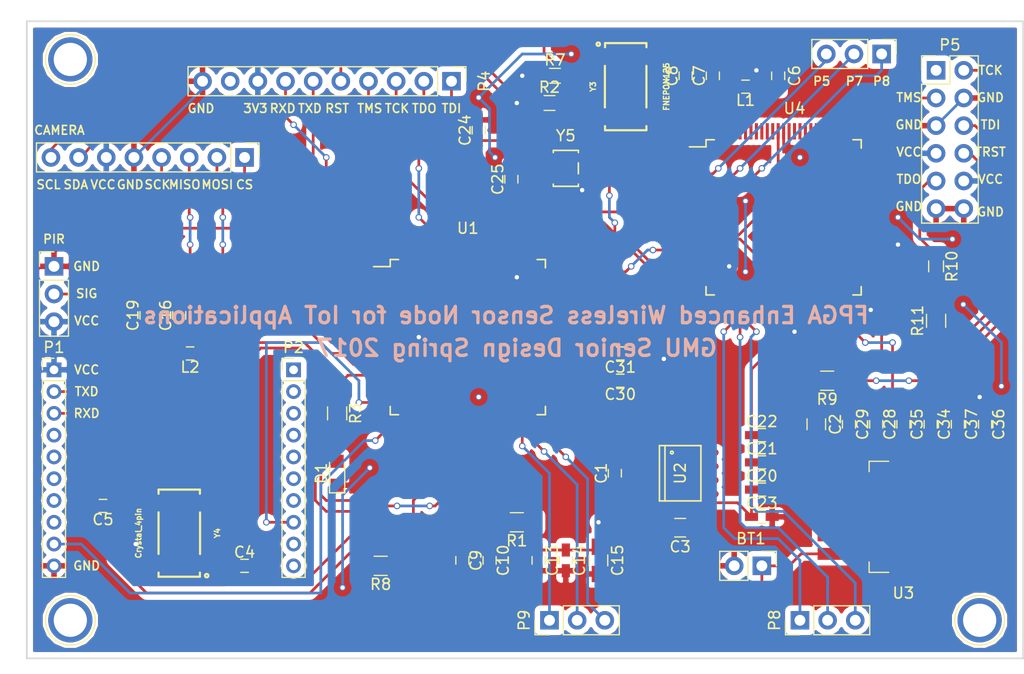
<source format=kicad_pcb>
(kicad_pcb (version 4) (host pcbnew 4.0.5)
  (layers (0 F.Cu mixed) (31 B.Cu mixed) (34 B.Paste user) (35 F.Paste user) (36 B.SilkS user) (37 F.SilkS user) (38 B.Mask user) (39 F.Mask user) (44 Edge.Cuts user))
  (net 0 "")
  (net 1 "Net-(BT1-Pad1)")
  (net 2 VCC_B2)
  (net 3 GND)
  (net 4 +1V5)
  (net 5 "Net-(C7-Pad1)")
  (net 6 VDDA)
  (net 7 PJ.0)
  (net 8 PJ.1)
  (net 9 VCORE)
  (net 10 PJ.2)
  (net 11 PJ.3)
  (net 12 "Net-(D1-Pad2)")
  (net 13 VSW)
  (net 14 P3.2)
  (net 15 P3.3)
  (net 16 P1.4)
  (net 17 P1.6)
  (net 18 P1.7)
  (net 19 P1.5)
  (net 20 SDA)
  (net 21 SCL)
  (net 22 TDI)
  (net 23 TDO_SWO)
  (net 24 TCK_SWDCLK)
  (net 25 TMS_SWDIO)
  (net 26 RST)
  (net 27 P1.3)
  (net 28 P1.2)
  (net 29 AGL_TCK)
  (net 30 AGL_TMS)
  (net 31 AGL_TDI)
  (net 32 AGL_TRST)
  (net 33 AGL_TDO)
  (net 34 P2.2)
  (net 35 "Net-(R3-Pad1)")
  (net 36 "Net-(R8-Pad1)")
  (net 37 "Net-(R10-Pad2)")
  (net 38 AGL_CLK)
  (net 39 P8.7)
  (net 40 P7.4)
  (net 41 P10.5)
  (net 42 P9.3)
  (net 43 IO61RSB3)
  (net 44 IO62RSB3)
  (net 45 IO64RSB3)
  (net 46 "Net-(P1-Pad4)")
  (net 47 "Net-(P1-Pad5)")
  (net 48 "Net-(P1-Pad6)")
  (net 49 "Net-(P1-Pad7)")
  (net 50 "Net-(P1-Pad8)")
  (net 51 "Net-(P2-Pad1)")
  (net 52 "Net-(P2-Pad2)")
  (net 53 "Net-(P2-Pad3)")
  (net 54 "Net-(P2-Pad4)")
  (net 55 "Net-(P2-Pad5)")
  (net 56 "Net-(P2-Pad6)")
  (net 57 "Net-(P2-Pad7)")
  (net 58 "Net-(P2-Pad9)")
  (net 59 "Net-(P2-Pad10)")
  (net 60 "Net-(P4-Pad9)")
  (net 61 "Net-(P5-Pad1)")
  (net 62 IO47RSB2)
  (net 63 IO46RSB2)
  (net 64 IO45RSB2)
  (net 65 P8.4)
  (net 66 P8.5)
  (net 67 P8.6)
  (net 68 "Net-(U1-Pad1)")
  (net 69 "Net-(U1-Pad2)")
  (net 70 "Net-(U1-Pad3)")
  (net 71 "Net-(U1-Pad4)")
  (net 72 "Net-(U1-Pad5)")
  (net 73 "Net-(U1-Pad16)")
  (net 74 "Net-(U1-Pad17)")
  (net 75 "Net-(U1-Pad19)")
  (net 76 "Net-(U1-Pad21)")
  (net 77 "Net-(U1-Pad22)")
  (net 78 "Net-(U1-Pad23)")
  (net 79 "Net-(U1-Pad24)")
  (net 80 "Net-(U1-Pad27)")
  (net 81 "Net-(U1-Pad28)")
  (net 82 "Net-(U1-Pad29)")
  (net 83 "Net-(U1-Pad30)")
  (net 84 "Net-(U1-Pad31)")
  (net 85 "Net-(U1-Pad32)")
  (net 86 "Net-(U1-Pad33)")
  (net 87 "Net-(U1-Pad36)")
  (net 88 "Net-(U1-Pad37)")
  (net 89 "Net-(U1-Pad38)")
  (net 90 "Net-(U1-Pad39)")
  (net 91 "Net-(U1-Pad46)")
  (net 92 "Net-(U1-Pad47)")
  (net 93 "Net-(U1-Pad52)")
  (net 94 "Net-(U1-Pad53)")
  (net 95 "Net-(U1-Pad54)")
  (net 96 "Net-(U1-Pad55)")
  (net 97 "Net-(U1-Pad56)")
  (net 98 "Net-(U1-Pad57)")
  (net 99 "Net-(U1-Pad58)")
  (net 100 "Net-(U1-Pad59)")
  (net 101 "Net-(U1-Pad60)")
  (net 102 "Net-(U1-Pad61)")
  (net 103 "Net-(U1-Pad62)")
  (net 104 "Net-(U1-Pad63)")
  (net 105 "Net-(U1-Pad64)")
  (net 106 "Net-(U1-Pad65)")
  (net 107 "Net-(U1-Pad66)")
  (net 108 "Net-(U1-Pad67)")
  (net 109 "Net-(U1-Pad68)")
  (net 110 "Net-(U1-Pad69)")
  (net 111 "Net-(U1-Pad70)")
  (net 112 "Net-(U1-Pad71)")
  (net 113 "Net-(U1-Pad74)")
  (net 114 "Net-(U1-Pad76)")
  (net 115 "Net-(U1-Pad77)")
  (net 116 "Net-(U1-Pad80)")
  (net 117 "Net-(U1-Pad81)")
  (net 118 "Net-(U1-Pad88)")
  (net 119 "Net-(U1-Pad89)")
  (net 120 "Net-(U1-Pad90)")
  (net 121 "Net-(U1-Pad91)")
  (net 122 "Net-(U1-Pad96)")
  (net 123 "Net-(U1-Pad97)")
  (net 124 "Net-(U1-Pad98)")
  (net 125 "Net-(U1-Pad99)")
  (net 126 "Net-(U1-Pad100)")
  (net 127 "Net-(U3-Pad4)")
  (net 128 "Net-(U4-Pad2)")
  (net 129 "Net-(U4-Pad3)")
  (net 130 "Net-(U4-Pad4)")
  (net 131 "Net-(U4-Pad6)")
  (net 132 "Net-(U4-Pad10)")
  (net 133 "Net-(U4-Pad12)")
  (net 134 "Net-(U4-Pad13)")
  (net 135 "Net-(U4-Pad16)")
  (net 136 "Net-(U4-Pad20)")
  (net 137 "Net-(U4-Pad21)")
  (net 138 "Net-(U4-Pad26)")
  (net 139 "Net-(U4-Pad27)")
  (net 140 "Net-(U4-Pad28)")
  (net 141 "Net-(U4-Pad32)")
  (net 142 "Net-(U4-Pad33)")
  (net 143 "Net-(U4-Pad34)")
  (net 144 "Net-(U4-Pad35)")
  (net 145 "Net-(U4-Pad36)")
  (net 146 "Net-(U4-Pad40)")
  (net 147 "Net-(U4-Pad41)")
  (net 148 "Net-(U4-Pad42)")
  (net 149 "Net-(U4-Pad43)")
  (net 150 "Net-(U4-Pad44)")
  (net 151 "Net-(U4-Pad45)")
  (net 152 "Net-(U4-Pad53)")
  (net 153 "Net-(U4-Pad57)")
  (net 154 "Net-(U4-Pad58)")
  (net 155 "Net-(U4-Pad59)")
  (net 156 "Net-(U4-Pad60)")
  (net 157 "Net-(U4-Pad61)")
  (net 158 "Net-(U4-Pad62)")
  (net 159 "Net-(U4-Pad63)")
  (net 160 "Net-(U4-Pad64)")
  (net 161 "Net-(U4-Pad65)")
  (net 162 "Net-(U4-Pad69)")
  (net 163 "Net-(U4-Pad70)")
  (net 164 "Net-(U4-Pad71)")
  (net 165 "Net-(U4-Pad72)")
  (net 166 "Net-(U4-Pad73)")
  (net 167 "Net-(U4-Pad76)")
  (net 168 "Net-(U4-Pad77)")
  (net 169 "Net-(U4-Pad78)")
  (net 170 "Net-(U4-Pad79)")
  (net 171 "Net-(U4-Pad80)")
  (net 172 "Net-(U4-Pad81)")
  (net 173 "Net-(U4-Pad82)")
  (net 174 "Net-(U4-Pad83)")
  (net 175 "Net-(U4-Pad84)")
  (net 176 "Net-(U4-Pad85)")
  (net 177 "Net-(U4-Pad86)")
  (net 178 "Net-(U4-Pad90)")
  (net 179 "Net-(U4-Pad91)")
  (net 180 "Net-(U4-Pad92)")
  (net 181 "Net-(U4-Pad93)")
  (net 182 "Net-(U4-Pad94)")
  (net 183 "Net-(U4-Pad95)")
  (net 184 "Net-(U4-Pad96)")
  (net 185 "Net-(U4-Pad97)")
  (net 186 "Net-(U4-Pad98)")
  (net 187 "Net-(Y3-Pad1)")
  (module Connectors:1pin (layer F.Cu) (at 205 143.5)
    (fp_text reference REF** hide)
    (fp_text value 1pin)
    (pad 1 thru_hole circle (at 0 0) (size 4.064 4.064) (drill 3.048) (layers *.Cu *.Mask))
  )
  (module Connectors:1pin (layer F.Cu) (at 121.5 143.5)
    (fp_text reference REF** hide)
    (fp_text value 1pin)
    (pad 1 thru_hole circle (at 0 0) (size 4.064 4.064) (drill 3.048) (layers *.Cu *.Mask))
  )
  (module Connectors:1pin (layer F.Cu) (at 121.5 92)
    (fp_text reference REF** hide)
    (fp_text value 1pin)
    (pad 1 thru_hole circle (at 0 0) (size 4.064 4.064) (drill 3.048) (layers *.Cu *.Mask))
  )
  (module Housings_QFP:LQFP-100_14x14mm_Pitch0.5mm (layer F.Cu) (at 158 117.5)
    (fp_text reference U1 (at 0 -10) (layer F.SilkS))
    (fp_text value MSP432P401RIPZ)
    (pad 1 smd rect (at -7.9 -6) (size 1.5 0.28) (layers F.Cu F.Paste F.Mask) (net 68 "Net-(U1-Pad1)"))
    (pad 2 smd rect (at -7.9 -5.5) (size 1.5 0.28) (layers F.Cu F.Paste F.Mask) (net 69 "Net-(U1-Pad2)"))
    (pad 3 smd rect (at -7.9 -5) (size 1.5 0.28) (layers F.Cu F.Paste F.Mask) (net 70 "Net-(U1-Pad3)"))
    (pad 4 smd rect (at -7.9 -4.5) (size 1.5 0.28) (layers F.Cu F.Paste F.Mask) (net 71 "Net-(U1-Pad4)"))
    (pad 5 smd rect (at -7.9 -4) (size 1.5 0.28) (layers F.Cu F.Paste F.Mask) (net 72 "Net-(U1-Pad5)"))
    (pad 6 smd rect (at -7.9 -3.5) (size 1.5 0.28) (layers F.Cu F.Paste F.Mask) (net 28 P1.2))
    (pad 7 smd rect (at -7.9 -3) (size 1.5 0.28) (layers F.Cu F.Paste F.Mask) (net 27 P1.3))
    (pad 8 smd rect (at -7.9 -2.5) (size 1.5 0.28) (layers F.Cu F.Paste F.Mask) (net 16 P1.4))
    (pad 9 smd rect (at -7.9 -2) (size 1.5 0.28) (layers F.Cu F.Paste F.Mask) (net 19 P1.5))
    (pad 10 smd rect (at -7.9 -1.5) (size 1.5 0.28) (layers F.Cu F.Paste F.Mask) (net 17 P1.6))
    (pad 11 smd rect (at -7.9 -1) (size 1.5 0.28) (layers F.Cu F.Paste F.Mask) (net 18 P1.7))
    (pad 12 smd rect (at -7.9 -0.5) (size 1.5 0.28) (layers F.Cu F.Paste F.Mask) (net 9 VCORE))
    (pad 13 smd rect (at -7.9 0) (size 1.5 0.28) (layers F.Cu F.Paste F.Mask) (net 2 VCC_B2))
    (pad 14 smd rect (at -7.9 0.5) (size 1.5 0.28) (layers F.Cu F.Paste F.Mask) (net 13 VSW))
    (pad 15 smd rect (at -7.9 1) (size 1.5 0.28) (layers F.Cu F.Paste F.Mask) (net 3 GND))
    (pad 16 smd rect (at -7.9 1.5) (size 1.5 0.28) (layers F.Cu F.Paste F.Mask) (net 73 "Net-(U1-Pad16)"))
    (pad 17 smd rect (at -7.9 2) (size 1.5 0.28) (layers F.Cu F.Paste F.Mask) (net 74 "Net-(U1-Pad17)"))
    (pad 18 smd rect (at -7.9 2.5) (size 1.5 0.28) (layers F.Cu F.Paste F.Mask) (net 34 P2.2))
    (pad 19 smd rect (at -7.9 3) (size 1.5 0.28) (layers F.Cu F.Paste F.Mask) (net 75 "Net-(U1-Pad19)"))
    (pad 20 smd rect (at -7.9 3.5) (size 1.5 0.28) (layers F.Cu F.Paste F.Mask) (net 35 "Net-(R3-Pad1)"))
    (pad 21 smd rect (at -7.9 4) (size 1.5 0.28) (layers F.Cu F.Paste F.Mask) (net 76 "Net-(U1-Pad21)"))
    (pad 22 smd rect (at -7.9 4.5) (size 1.5 0.28) (layers F.Cu F.Paste F.Mask) (net 77 "Net-(U1-Pad22)"))
    (pad 23 smd rect (at -7.9 5) (size 1.5 0.28) (layers F.Cu F.Paste F.Mask) (net 78 "Net-(U1-Pad23)"))
    (pad 24 smd rect (at -7.9 5.5) (size 1.5 0.28) (layers F.Cu F.Paste F.Mask) (net 79 "Net-(U1-Pad24)"))
    (pad 25 smd rect (at -7.9 6) (size 1.5 0.28) (layers F.Cu F.Paste F.Mask) (net 41 P10.5))
    (pad 26 smd rect (at -6 7.9 90) (size 1.5 0.28) (layers F.Cu F.Paste F.Mask) (net 40 P7.4))
    (pad 27 smd rect (at -5.5 7.9 90) (size 1.5 0.28) (layers F.Cu F.Paste F.Mask) (net 80 "Net-(U1-Pad27)"))
    (pad 28 smd rect (at -5 7.9 90) (size 1.5 0.28) (layers F.Cu F.Paste F.Mask) (net 81 "Net-(U1-Pad28)"))
    (pad 29 smd rect (at -4.5 7.9 90) (size 1.5 0.28) (layers F.Cu F.Paste F.Mask) (net 82 "Net-(U1-Pad29)"))
    (pad 30 smd rect (at -4 7.9 90) (size 1.5 0.28) (layers F.Cu F.Paste F.Mask) (net 83 "Net-(U1-Pad30)"))
    (pad 31 smd rect (at -3.5 7.9 90) (size 1.5 0.28) (layers F.Cu F.Paste F.Mask) (net 84 "Net-(U1-Pad31)"))
    (pad 32 smd rect (at -3 7.9 90) (size 1.5 0.28) (layers F.Cu F.Paste F.Mask) (net 85 "Net-(U1-Pad32)"))
    (pad 33 smd rect (at -2.5 7.9 90) (size 1.5 0.28) (layers F.Cu F.Paste F.Mask) (net 86 "Net-(U1-Pad33)"))
    (pad 34 smd rect (at -2 7.9 90) (size 1.5 0.28) (layers F.Cu F.Paste F.Mask) (net 14 P3.2))
    (pad 35 smd rect (at -1.5 7.9 90) (size 1.5 0.28) (layers F.Cu F.Paste F.Mask) (net 15 P3.3))
    (pad 36 smd rect (at -1 7.9 90) (size 1.5 0.28) (layers F.Cu F.Paste F.Mask) (net 87 "Net-(U1-Pad36)"))
    (pad 37 smd rect (at -0.5 7.9 90) (size 1.5 0.28) (layers F.Cu F.Paste F.Mask) (net 88 "Net-(U1-Pad37)"))
    (pad 38 smd rect (at 0 7.9 90) (size 1.5 0.28) (layers F.Cu F.Paste F.Mask) (net 89 "Net-(U1-Pad38)"))
    (pad 39 smd rect (at 0.5 7.9 90) (size 1.5 0.28) (layers F.Cu F.Paste F.Mask) (net 90 "Net-(U1-Pad39)"))
    (pad 40 smd rect (at 1 7.9 90) (size 1.5 0.28) (layers F.Cu F.Paste F.Mask) (net 3 GND))
    (pad 41 smd rect (at 1.5 7.9 90) (size 1.5 0.28) (layers F.Cu F.Paste F.Mask) (net 7 PJ.0))
    (pad 42 smd rect (at 2 7.9 90) (size 1.5 0.28) (layers F.Cu F.Paste F.Mask) (net 8 PJ.1))
    (pad 43 smd rect (at 2.5 7.9 90) (size 1.5 0.28) (layers F.Cu F.Paste F.Mask) (net 3 GND))
    (pad 44 smd rect (at 3 7.9 90) (size 1.5 0.28) (layers F.Cu F.Paste F.Mask) (net 36 "Net-(R8-Pad1)"))
    (pad 45 smd rect (at 3.5 7.9 90) (size 1.5 0.28) (layers F.Cu F.Paste F.Mask) (net 6 VDDA))
    (pad 46 smd rect (at 4 7.9 90) (size 1.5 0.28) (layers F.Cu F.Paste F.Mask) (net 91 "Net-(U1-Pad46)"))
    (pad 47 smd rect (at 4.5 7.9 90) (size 1.5 0.28) (layers F.Cu F.Paste F.Mask) (net 92 "Net-(U1-Pad47)"))
    (pad 48 smd rect (at 5 7.9 90) (size 1.5 0.28) (layers F.Cu F.Paste F.Mask) (net 65 P8.4))
    (pad 49 smd rect (at 5.5 7.9 90) (size 1.5 0.28) (layers F.Cu F.Paste F.Mask) (net 66 P8.5))
    (pad 50 smd rect (at 6 7.9 90) (size 1.5 0.28) (layers F.Cu F.Paste F.Mask) (net 67 P8.6))
    (pad 51 smd rect (at 7.9 6) (size 1.5 0.28) (layers F.Cu F.Paste F.Mask) (net 39 P8.7))
    (pad 52 smd rect (at 7.9 5.5) (size 1.5 0.28) (layers F.Cu F.Paste F.Mask) (net 93 "Net-(U1-Pad52)"))
    (pad 53 smd rect (at 7.9 5) (size 1.5 0.28) (layers F.Cu F.Paste F.Mask) (net 94 "Net-(U1-Pad53)"))
    (pad 54 smd rect (at 7.9 4.5) (size 1.5 0.28) (layers F.Cu F.Paste F.Mask) (net 95 "Net-(U1-Pad54)"))
    (pad 55 smd rect (at 7.9 4) (size 1.5 0.28) (layers F.Cu F.Paste F.Mask) (net 96 "Net-(U1-Pad55)"))
    (pad 56 smd rect (at 7.9 3.5) (size 1.5 0.28) (layers F.Cu F.Paste F.Mask) (net 97 "Net-(U1-Pad56)"))
    (pad 57 smd rect (at 7.9 3) (size 1.5 0.28) (layers F.Cu F.Paste F.Mask) (net 98 "Net-(U1-Pad57)"))
    (pad 58 smd rect (at 7.9 2.5) (size 1.5 0.28) (layers F.Cu F.Paste F.Mask) (net 99 "Net-(U1-Pad58)"))
    (pad 59 smd rect (at 7.9 2) (size 1.5 0.28) (layers F.Cu F.Paste F.Mask) (net 100 "Net-(U1-Pad59)"))
    (pad 60 smd rect (at 7.9 1.5) (size 1.5 0.28) (layers F.Cu F.Paste F.Mask) (net 101 "Net-(U1-Pad60)"))
    (pad 61 smd rect (at 7.9 1) (size 1.5 0.28) (layers F.Cu F.Paste F.Mask) (net 102 "Net-(U1-Pad61)"))
    (pad 62 smd rect (at 7.9 0.5) (size 1.5 0.28) (layers F.Cu F.Paste F.Mask) (net 103 "Net-(U1-Pad62)"))
    (pad 63 smd rect (at 7.9 0) (size 1.5 0.28) (layers F.Cu F.Paste F.Mask) (net 104 "Net-(U1-Pad63)"))
    (pad 64 smd rect (at 7.9 -0.5) (size 1.5 0.28) (layers F.Cu F.Paste F.Mask) (net 105 "Net-(U1-Pad64)"))
    (pad 65 smd rect (at 7.9 -1) (size 1.5 0.28) (layers F.Cu F.Paste F.Mask) (net 106 "Net-(U1-Pad65)"))
    (pad 66 smd rect (at 7.9 -1.5) (size 1.5 0.28) (layers F.Cu F.Paste F.Mask) (net 107 "Net-(U1-Pad66)"))
    (pad 67 smd rect (at 7.9 -2) (size 1.5 0.28) (layers F.Cu F.Paste F.Mask) (net 108 "Net-(U1-Pad67)"))
    (pad 68 smd rect (at 7.9 -2.5) (size 1.5 0.28) (layers F.Cu F.Paste F.Mask) (net 109 "Net-(U1-Pad68)"))
    (pad 69 smd rect (at 7.9 -3) (size 1.5 0.28) (layers F.Cu F.Paste F.Mask) (net 110 "Net-(U1-Pad69)"))
    (pad 70 smd rect (at 7.9 -3.5) (size 1.5 0.28) (layers F.Cu F.Paste F.Mask) (net 111 "Net-(U1-Pad70)"))
    (pad 71 smd rect (at 7.9 -4) (size 1.5 0.28) (layers F.Cu F.Paste F.Mask) (net 112 "Net-(U1-Pad71)"))
    (pad 72 smd rect (at 7.9 -4.5) (size 1.5 0.28) (layers F.Cu F.Paste F.Mask) (net 3 GND))
    (pad 73 smd rect (at 7.9 -5) (size 1.5 0.28) (layers F.Cu F.Paste F.Mask) (net 2 VCC_B2))
    (pad 74 smd rect (at 7.9 -5.5) (size 1.5 0.28) (layers F.Cu F.Paste F.Mask) (net 113 "Net-(U1-Pad74)"))
    (pad 75 smd rect (at 7.9 -6) (size 1.5 0.28) (layers F.Cu F.Paste F.Mask) (net 42 P9.3))
    (pad 76 smd rect (at 6 -7.9 90) (size 1.5 0.28) (layers F.Cu F.Paste F.Mask) (net 114 "Net-(U1-Pad76)"))
    (pad 77 smd rect (at 5.5 -7.9 90) (size 1.5 0.28) (layers F.Cu F.Paste F.Mask) (net 115 "Net-(U1-Pad77)"))
    (pad 78 smd rect (at 5 -7.9 90) (size 1.5 0.28) (layers F.Cu F.Paste F.Mask) (net 20 SDA))
    (pad 79 smd rect (at 4.5 -7.9 90) (size 1.5 0.28) (layers F.Cu F.Paste F.Mask) (net 21 SCL))
    (pad 80 smd rect (at 4 -7.9 90) (size 1.5 0.28) (layers F.Cu F.Paste F.Mask) (net 116 "Net-(U1-Pad80)"))
    (pad 81 smd rect (at 3.5 -7.9 90) (size 1.5 0.28) (layers F.Cu F.Paste F.Mask) (net 117 "Net-(U1-Pad81)"))
    (pad 82 smd rect (at 3 -7.9 90) (size 1.5 0.28) (layers F.Cu F.Paste F.Mask) (net 3 GND))
    (pad 83 smd rect (at 2.5 -7.9 90) (size 1.5 0.28) (layers F.Cu F.Paste F.Mask) (net 26 RST))
    (pad 84 smd rect (at 2 -7.9 90) (size 1.5 0.28) (layers F.Cu F.Paste F.Mask) (net 3 GND))
    (pad 85 smd rect (at 1.5 -7.9 90) (size 1.5 0.28) (layers F.Cu F.Paste F.Mask) (net 10 PJ.2))
    (pad 86 smd rect (at 1 -7.9 90) (size 1.5 0.28) (layers F.Cu F.Paste F.Mask) (net 11 PJ.3))
    (pad 87 smd rect (at 0.5 -7.9 90) (size 1.5 0.28) (layers F.Cu F.Paste F.Mask) (net 6 VDDA))
    (pad 88 smd rect (at 0 -7.9 90) (size 1.5 0.28) (layers F.Cu F.Paste F.Mask) (net 118 "Net-(U1-Pad88)"))
    (pad 89 smd rect (at -0.5 -7.9 90) (size 1.5 0.28) (layers F.Cu F.Paste F.Mask) (net 119 "Net-(U1-Pad89)"))
    (pad 90 smd rect (at -1 -7.9 90) (size 1.5 0.28) (layers F.Cu F.Paste F.Mask) (net 120 "Net-(U1-Pad90)"))
    (pad 91 smd rect (at -1.5 -7.9 90) (size 1.5 0.28) (layers F.Cu F.Paste F.Mask) (net 121 "Net-(U1-Pad91)"))
    (pad 92 smd rect (at -2 -7.9 90) (size 1.5 0.28) (layers F.Cu F.Paste F.Mask) (net 22 TDI))
    (pad 93 smd rect (at -2.5 -7.9 90) (size 1.5 0.28) (layers F.Cu F.Paste F.Mask) (net 23 TDO_SWO))
    (pad 94 smd rect (at -3 -7.9 90) (size 1.5 0.28) (layers F.Cu F.Paste F.Mask) (net 25 TMS_SWDIO))
    (pad 95 smd rect (at -3.5 -7.9 90) (size 1.5 0.28) (layers F.Cu F.Paste F.Mask) (net 24 TCK_SWDCLK))
    (pad 96 smd rect (at -4 -7.9 90) (size 1.5 0.28) (layers F.Cu F.Paste F.Mask) (net 122 "Net-(U1-Pad96)"))
    (pad 97 smd rect (at -4.5 -7.9 90) (size 1.5 0.28) (layers F.Cu F.Paste F.Mask) (net 123 "Net-(U1-Pad97)"))
    (pad 98 smd rect (at -5 -7.9 90) (size 1.5 0.28) (layers F.Cu F.Paste F.Mask) (net 124 "Net-(U1-Pad98)"))
    (pad 99 smd rect (at -5.5 -7.9 90) (size 1.5 0.28) (layers F.Cu F.Paste F.Mask) (net 125 "Net-(U1-Pad99)"))
    (pad 100 smd rect (at -6 -7.9 90) (size 1.5 0.28) (layers F.Cu F.Paste F.Mask) (net 126 "Net-(U1-Pad100)"))
  )
  (module Capacitors_SMD:C_0603_HandSoldering (layer F.Cu) (at 171.5 130 90)
    (fp_text reference C1 (at 0 -1.25 90) (layer F.SilkS))
    (fp_text value 0.5uF)
    (pad 1 smd rect (at -0.95 0 90) (size 1.2 0.75) (layers F.Cu F.Paste F.Mask) (net 1 "Net-(BT1-Pad1)"))
    (pad 2 smd rect (at 0.95 0 90) (size 1.2 0.75) (layers F.Cu F.Paste F.Mask) (net 3 GND))
  )
  (module Capacitors_SMD:C_0805_HandSoldering (layer F.Cu) (at 190 125.5 270)
    (fp_text reference C2 (at 0 -1.75 270) (layer F.SilkS))
    (fp_text value 3.3uF)
    (pad 1 smd rect (at -1.25 0 270) (size 1.5 1.25) (layers F.Cu F.Paste F.Mask) (net 2 VCC_B2))
    (pad 2 smd rect (at 1.25 0 270) (size 1.5 1.25) (layers F.Cu F.Paste F.Mask) (net 3 GND))
  )
  (module Capacitors_SMD:C_0805_HandSoldering (layer F.Cu) (at 177.5 135 180)
    (fp_text reference C3 (at 0 -1.75 180) (layer F.SilkS))
    (fp_text value 10uF)
    (pad 1 smd rect (at -1.25 0 180) (size 1.5 1.25) (layers F.Cu F.Paste F.Mask) (net 4 +1V5))
    (pad 2 smd rect (at 1.25 0 180) (size 1.5 1.25) (layers F.Cu F.Paste F.Mask) (net 3 GND))
  )
  (module Capacitors_SMD:C_0603_HandSoldering (layer F.Cu) (at 186.5 93.5 90)
    (fp_text reference C6 (at 0 1.5 90) (layer F.SilkS))
    (fp_text value 100n)
    (pad 1 smd rect (at -0.95 0 90) (size 1.2 0.75) (layers F.Cu F.Paste F.Mask) (net 2 VCC_B2))
    (pad 2 smd rect (at 0.95 0 90) (size 1.2 0.75) (layers F.Cu F.Paste F.Mask) (net 3 GND))
  )
  (module Capacitors_SMD:C_0603_HandSoldering (layer F.Cu) (at 180.5 93.5 90)
    (fp_text reference C7 (at 0 -1.25 90) (layer F.SilkS))
    (fp_text value 1n)
    (pad 1 smd rect (at -0.95 0 90) (size 1.2 0.75) (layers F.Cu F.Paste F.Mask) (net 5 "Net-(C7-Pad1)"))
    (pad 2 smd rect (at 0.95 0 90) (size 1.2 0.75) (layers F.Cu F.Paste F.Mask) (net 3 GND))
  )
  (module Capacitors_SMD:C_0603_HandSoldering (layer F.Cu) (at 178 93.5 90)
    (fp_text reference C8 (at 0 -1.25 90) (layer F.SilkS))
    (fp_text value 100n)
    (pad 1 smd rect (at -0.95 0 90) (size 1.2 0.75) (layers F.Cu F.Paste F.Mask) (net 5 "Net-(C7-Pad1)"))
    (pad 2 smd rect (at 0.95 0 90) (size 1.2 0.75) (layers F.Cu F.Paste F.Mask) (net 3 GND))
  )
  (module Capacitors_SMD:C_0603_HandSoldering (layer F.Cu) (at 157.5 138 270)
    (fp_text reference C9 (at 0 -1.25 270) (layer F.SilkS))
    (fp_text value 100n)
    (pad 1 smd rect (at -0.95 0 270) (size 1.2 0.75) (layers F.Cu F.Paste F.Mask) (net 6 VDDA))
    (pad 2 smd rect (at 0.95 0 270) (size 1.2 0.75) (layers F.Cu F.Paste F.Mask) (net 3 GND))
  )
  (module Capacitors_SMD:C_0603_HandSoldering (layer F.Cu) (at 160 138 270)
    (fp_text reference C10 (at 0 -1.25 270) (layer F.SilkS))
    (fp_text value 100n)
    (pad 1 smd rect (at -0.95 0 270) (size 1.2 0.75) (layers F.Cu F.Paste F.Mask) (net 6 VDDA))
    (pad 2 smd rect (at 0.95 0 270) (size 1.2 0.75) (layers F.Cu F.Paste F.Mask) (net 3 GND))
  )
  (module Capacitors_SMD:C_0603_HandSoldering (layer F.Cu) (at 164.5 138 270)
    (fp_text reference C13 (at 0 -1.25 270) (layer F.SilkS))
    (fp_text value 100n)
    (pad 1 smd rect (at -0.95 0 270) (size 1.2 0.75) (layers F.Cu F.Paste F.Mask) (net 2 VCC_B2))
    (pad 2 smd rect (at 0.95 0 270) (size 1.2 0.75) (layers F.Cu F.Paste F.Mask) (net 3 GND))
  )
  (module Capacitors_SMD:C_0603_HandSoldering (layer F.Cu) (at 167 138 270)
    (fp_text reference C14 (at 0 -1.25 270) (layer F.SilkS))
    (fp_text value 100n)
    (pad 1 smd rect (at -0.95 0 270) (size 1.2 0.75) (layers F.Cu F.Paste F.Mask) (net 2 VCC_B2))
    (pad 2 smd rect (at 0.95 0 270) (size 1.2 0.75) (layers F.Cu F.Paste F.Mask) (net 3 GND))
  )
  (module Capacitors_SMD:C_0805_HandSoldering (layer F.Cu) (at 170 138 270)
    (fp_text reference C15 (at 0 -1.75 270) (layer F.SilkS))
    (fp_text value 10u)
    (pad 1 smd rect (at -1.25 0 270) (size 1.5 1.25) (layers F.Cu F.Paste F.Mask) (net 2 VCC_B2))
    (pad 2 smd rect (at 1.25 0 270) (size 1.5 1.25) (layers F.Cu F.Paste F.Mask) (net 3 GND))
  )
  (module Capacitors_SMD:C_0603_HandSoldering (layer F.Cu) (at 131.5 115.5 90)
    (fp_text reference C16 (at 0 -1.25 90) (layer F.SilkS))
    (fp_text value 100n)
    (pad 1 smd rect (at -0.95 0 90) (size 1.2 0.75) (layers F.Cu F.Paste F.Mask) (net 9 VCORE))
    (pad 2 smd rect (at 0.95 0 90) (size 1.2 0.75) (layers F.Cu F.Paste F.Mask) (net 3 GND))
  )
  (module Capacitors_SMD:C_0603_HandSoldering (layer F.Cu) (at 128.5 115.5 90)
    (fp_text reference C19 (at 0 -1.25 90) (layer F.SilkS))
    (fp_text value 4.7u)
    (pad 1 smd rect (at -0.95 0 90) (size 1.2 0.75) (layers F.Cu F.Paste F.Mask) (net 9 VCORE))
    (pad 2 smd rect (at 0.95 0 90) (size 1.2 0.75) (layers F.Cu F.Paste F.Mask) (net 3 GND))
  )
  (module Capacitors_SMD:C_0603_HandSoldering (layer F.Cu) (at 185 131.5)
    (fp_text reference C20 (at 0 -1.25) (layer F.SilkS))
    (fp_text value 100n)
    (pad 1 smd rect (at -0.95 0) (size 1.2 0.75) (layers F.Cu F.Paste F.Mask) (net 4 +1V5))
    (pad 2 smd rect (at 0.95 0) (size 1.2 0.75) (layers F.Cu F.Paste F.Mask) (net 3 GND))
  )
  (module Capacitors_SMD:C_0603_HandSoldering (layer F.Cu) (at 185 129)
    (fp_text reference C21 (at 0 -1.25) (layer F.SilkS))
    (fp_text value 10n)
    (pad 1 smd rect (at -0.95 0) (size 1.2 0.75) (layers F.Cu F.Paste F.Mask) (net 4 +1V5))
    (pad 2 smd rect (at 0.95 0) (size 1.2 0.75) (layers F.Cu F.Paste F.Mask) (net 3 GND))
  )
  (module Capacitors_SMD:C_0603_HandSoldering (layer F.Cu) (at 185 126.5)
    (fp_text reference C22 (at 0 -1.25) (layer F.SilkS))
    (fp_text value 100n)
    (pad 1 smd rect (at -0.95 0) (size 1.2 0.75) (layers F.Cu F.Paste F.Mask) (net 4 +1V5))
    (pad 2 smd rect (at 0.95 0) (size 1.2 0.75) (layers F.Cu F.Paste F.Mask) (net 3 GND))
  )
  (module Capacitors_SMD:C_0603_HandSoldering (layer F.Cu) (at 185 134)
    (fp_text reference C23 (at 0 -1.25) (layer F.SilkS))
    (fp_text value 10n)
    (pad 1 smd rect (at -0.95 0) (size 1.2 0.75) (layers F.Cu F.Paste F.Mask) (net 4 +1V5))
    (pad 2 smd rect (at 0.95 0) (size 1.2 0.75) (layers F.Cu F.Paste F.Mask) (net 3 GND))
  )
  (module Capacitors_SMD:C_0603_HandSoldering (layer F.Cu) (at 195.5 125.5 270)
    (fp_text reference C28 (at 0 -1.25 270) (layer F.SilkS))
    (fp_text value 100n)
    (pad 1 smd rect (at -0.95 0 270) (size 1.2 0.75) (layers F.Cu F.Paste F.Mask) (net 2 VCC_B2))
    (pad 2 smd rect (at 0.95 0 270) (size 1.2 0.75) (layers F.Cu F.Paste F.Mask) (net 3 GND))
  )
  (module Capacitors_SMD:C_0603_HandSoldering (layer F.Cu) (at 193 125.5 270)
    (fp_text reference C29 (at 0 -1.25 270) (layer F.SilkS))
    (fp_text value 10n)
    (pad 1 smd rect (at -0.95 0 270) (size 1.2 0.75) (layers F.Cu F.Paste F.Mask) (net 2 VCC_B2))
    (pad 2 smd rect (at 0.95 0 270) (size 1.2 0.75) (layers F.Cu F.Paste F.Mask) (net 3 GND))
  )
  (module Capacitors_SMD:C_0603_HandSoldering (layer F.Cu) (at 172 121.5 180)
    (fp_text reference C30 (at 0 -1.25 180) (layer F.SilkS))
    (fp_text value 100n)
    (pad 1 smd rect (at -0.95 0 180) (size 1.2 0.75) (layers F.Cu F.Paste F.Mask) (net 2 VCC_B2))
    (pad 2 smd rect (at 0.95 0 180) (size 1.2 0.75) (layers F.Cu F.Paste F.Mask) (net 3 GND))
  )
  (module Capacitors_SMD:C_0603_HandSoldering (layer F.Cu) (at 172 119 180)
    (fp_text reference C31 (at 0 -1.25 180) (layer F.SilkS))
    (fp_text value 10n)
    (pad 1 smd rect (at -0.95 0 180) (size 1.2 0.75) (layers F.Cu F.Paste F.Mask) (net 2 VCC_B2))
    (pad 2 smd rect (at 0.95 0 180) (size 1.2 0.75) (layers F.Cu F.Paste F.Mask) (net 3 GND))
  )
  (module Capacitors_SMD:C_0603_HandSoldering (layer F.Cu) (at 200.5 125.5 270)
    (fp_text reference C34 (at 0 -1.25 270) (layer F.SilkS))
    (fp_text value 100n)
    (pad 1 smd rect (at -0.95 0 270) (size 1.2 0.75) (layers F.Cu F.Paste F.Mask) (net 2 VCC_B2))
    (pad 2 smd rect (at 0.95 0 270) (size 1.2 0.75) (layers F.Cu F.Paste F.Mask) (net 3 GND))
  )
  (module Capacitors_SMD:C_0603_HandSoldering (layer F.Cu) (at 198 125.5 270)
    (fp_text reference C35 (at 0 -1.25 270) (layer F.SilkS))
    (fp_text value 10n)
    (pad 1 smd rect (at -0.95 0 270) (size 1.2 0.75) (layers F.Cu F.Paste F.Mask) (net 2 VCC_B2))
    (pad 2 smd rect (at 0.95 0 270) (size 1.2 0.75) (layers F.Cu F.Paste F.Mask) (net 3 GND))
  )
  (module Capacitors_SMD:C_0603_HandSoldering (layer F.Cu) (at 205.5 125.5 270)
    (fp_text reference C36 (at 0 -1.25 270) (layer F.SilkS))
    (fp_text value 100n)
    (pad 1 smd rect (at -0.95 0 270) (size 1.2 0.75) (layers F.Cu F.Paste F.Mask) (net 2 VCC_B2))
    (pad 2 smd rect (at 0.95 0 270) (size 1.2 0.75) (layers F.Cu F.Paste F.Mask) (net 3 GND))
  )
  (module Capacitors_SMD:C_0603_HandSoldering (layer F.Cu) (at 203 125.5 270)
    (fp_text reference C37 (at 0 -1.25 270) (layer F.SilkS))
    (fp_text value 10n)
    (pad 1 smd rect (at -0.95 0 270) (size 1.2 0.75) (layers F.Cu F.Paste F.Mask) (net 2 VCC_B2))
    (pad 2 smd rect (at 0.95 0 270) (size 1.2 0.75) (layers F.Cu F.Paste F.Mask) (net 3 GND))
  )
  (module Capacitors_SMD:C_0603_HandSoldering (layer F.Cu) (at 183.5 94.5 180)
    (fp_text reference L1 (at 0 -1.25 180) (layer F.SilkS))
    (fp_text value 47n)
    (pad 1 smd rect (at -0.95 0 180) (size 1.2 0.75) (layers F.Cu F.Paste F.Mask) (net 2 VCC_B2))
    (pad 2 smd rect (at 0.95 0 180) (size 1.2 0.75) (layers F.Cu F.Paste F.Mask) (net 5 "Net-(C7-Pad1)"))
  )
  (module Capacitors_SMD:C_0603_HandSoldering (layer F.Cu) (at 132.5 119 180)
    (fp_text reference L2 (at 0 -1.25 180) (layer F.SilkS))
    (fp_text value 4.7u)
    (pad 1 smd rect (at -0.95 0 180) (size 1.2 0.75) (layers F.Cu F.Paste F.Mask) (net 13 VSW))
    (pad 2 smd rect (at 0.95 0 180) (size 1.2 0.75) (layers F.Cu F.Paste F.Mask) (net 9 VCORE))
  )
  (module Pin_Headers:Pin_Header_Straight_1x10_Pitch2.00mm (layer F.Cu) (at 120 120.5)
    (fp_text reference P1 (at 0 -2.06) (layer F.SilkS))
    (fp_text value CONN_01X10)
    (pad 1 thru_hole rect (at 0 0) (size 1.35 1.35) (drill 0.8) (layers *.Cu *.Mask) (net 2 VCC_B2))
    (pad 2 thru_hole oval (at 0 2) (size 1.35 1.35) (drill 0.8) (layers *.Cu *.Mask) (net 14 P3.2))
    (pad 3 thru_hole oval (at 0 4) (size 1.35 1.35) (drill 0.8) (layers *.Cu *.Mask) (net 15 P3.3))
    (pad 4 thru_hole oval (at 0 6) (size 1.35 1.35) (drill 0.8) (layers *.Cu *.Mask) (net 46 "Net-(P1-Pad4)"))
    (pad 5 thru_hole oval (at 0 8) (size 1.35 1.35) (drill 0.8) (layers *.Cu *.Mask) (net 47 "Net-(P1-Pad5)"))
    (pad 6 thru_hole oval (at 0 10) (size 1.35 1.35) (drill 0.8) (layers *.Cu *.Mask) (net 48 "Net-(P1-Pad6)"))
    (pad 7 thru_hole oval (at 0 12) (size 1.35 1.35) (drill 0.8) (layers *.Cu *.Mask) (net 49 "Net-(P1-Pad7)"))
    (pad 8 thru_hole oval (at 0 14) (size 1.35 1.35) (drill 0.8) (layers *.Cu *.Mask) (net 50 "Net-(P1-Pad8)"))
    (pad 9 thru_hole oval (at 0 16) (size 1.35 1.35) (drill 0.8) (layers *.Cu *.Mask) (net 40 P7.4))
    (pad 10 thru_hole oval (at 0 18) (size 1.35 1.35) (drill 0.8) (layers *.Cu *.Mask) (net 3 GND))
  )
  (module Pin_Headers:Pin_Header_Straight_1x10_Pitch2.00mm (layer F.Cu) (at 142 120.5)
    (fp_text reference P2 (at 0 -2.06) (layer F.SilkS))
    (fp_text value CONN_01X10)
    (pad 1 thru_hole rect (at 0 0) (size 1.35 1.35) (drill 0.8) (layers *.Cu *.Mask) (net 51 "Net-(P2-Pad1)"))
    (pad 2 thru_hole oval (at 0 2) (size 1.35 1.35) (drill 0.8) (layers *.Cu *.Mask) (net 52 "Net-(P2-Pad2)"))
    (pad 3 thru_hole oval (at 0 4) (size 1.35 1.35) (drill 0.8) (layers *.Cu *.Mask) (net 53 "Net-(P2-Pad3)"))
    (pad 4 thru_hole oval (at 0 6) (size 1.35 1.35) (drill 0.8) (layers *.Cu *.Mask) (net 54 "Net-(P2-Pad4)"))
    (pad 5 thru_hole oval (at 0 8) (size 1.35 1.35) (drill 0.8) (layers *.Cu *.Mask) (net 55 "Net-(P2-Pad5)"))
    (pad 6 thru_hole oval (at 0 10) (size 1.35 1.35) (drill 0.8) (layers *.Cu *.Mask) (net 56 "Net-(P2-Pad6)"))
    (pad 7 thru_hole oval (at 0 12) (size 1.35 1.35) (drill 0.8) (layers *.Cu *.Mask) (net 57 "Net-(P2-Pad7)"))
    (pad 8 thru_hole oval (at 0 14) (size 1.35 1.35) (drill 0.8) (layers *.Cu *.Mask) (net 41 P10.5))
    (pad 9 thru_hole oval (at 0 16) (size 1.35 1.35) (drill 0.8) (layers *.Cu *.Mask) (net 58 "Net-(P2-Pad9)"))
    (pad 10 thru_hole oval (at 0 18) (size 1.35 1.35) (drill 0.8) (layers *.Cu *.Mask) (net 59 "Net-(P2-Pad10)"))
  )
  (module Pin_Headers:Pin_Header_Straight_1x08_Pitch2.54mm (layer F.Cu) (at 137.5 101 270)
    (fp_text reference P3 hide)
    (fp_text value CONN_01X08)
    (pad 1 thru_hole rect (at 0 0 270) (size 1.7 1.7) (drill 1) (layers *.Cu *.Mask) (net 16 P1.4))
    (pad 2 thru_hole oval (at 0 2.54 270) (size 1.7 1.7) (drill 1) (layers *.Cu *.Mask) (net 17 P1.6))
    (pad 3 thru_hole oval (at 0 5.08 270) (size 1.7 1.7) (drill 1) (layers *.Cu *.Mask) (net 18 P1.7))
    (pad 4 thru_hole oval (at 0 7.62 270) (size 1.7 1.7) (drill 1) (layers *.Cu *.Mask) (net 19 P1.5))
    (pad 5 thru_hole oval (at 0 10.16 270) (size 1.7 1.7) (drill 1) (layers *.Cu *.Mask) (net 3 GND))
    (pad 6 thru_hole oval (at 0 12.7 270) (size 1.7 1.7) (drill 1) (layers *.Cu *.Mask) (net 2 VCC_B2))
    (pad 7 thru_hole oval (at 0 15.24 270) (size 1.7 1.7) (drill 1) (layers *.Cu *.Mask) (net 20 SDA))
    (pad 8 thru_hole oval (at 0 17.78 270) (size 1.7 1.7) (drill 1) (layers *.Cu *.Mask) (net 21 SCL))
  )
  (module Pin_Headers:Pin_Header_Straight_1x10_Pitch2.54mm (layer F.Cu) (at 156.5 94 270)
    (fp_text reference P4 (at 0 -3 270) (layer F.SilkS))
    (fp_text value CONN_01X10)
    (pad 1 thru_hole rect (at 0 0 270) (size 1.7 1.7) (drill 1) (layers *.Cu *.Mask) (net 22 TDI))
    (pad 2 thru_hole oval (at 0 2.54 270) (size 1.7 1.7) (drill 1) (layers *.Cu *.Mask) (net 23 TDO_SWO))
    (pad 3 thru_hole oval (at 0 5.08 270) (size 1.7 1.7) (drill 1) (layers *.Cu *.Mask) (net 24 TCK_SWDCLK))
    (pad 4 thru_hole oval (at 0 7.62 270) (size 1.7 1.7) (drill 1) (layers *.Cu *.Mask) (net 25 TMS_SWDIO))
    (pad 5 thru_hole oval (at 0 10.16 270) (size 1.7 1.7) (drill 1) (layers *.Cu *.Mask) (net 26 RST))
    (pad 6 thru_hole oval (at 0 12.7 270) (size 1.7 1.7) (drill 1) (layers *.Cu *.Mask) (net 27 P1.3))
    (pad 7 thru_hole oval (at 0 15.24 270) (size 1.7 1.7) (drill 1) (layers *.Cu *.Mask) (net 28 P1.2))
    (pad 8 thru_hole oval (at 0 17.78 270) (size 1.7 1.7) (drill 1) (layers *.Cu *.Mask) (net 2 VCC_B2))
    (pad 9 thru_hole oval (at 0 20.32 270) (size 1.7 1.7) (drill 1) (layers *.Cu *.Mask) (net 60 "Net-(P4-Pad9)"))
    (pad 10 thru_hole oval (at 0 22.86 270) (size 1.7 1.7) (drill 1) (layers *.Cu *.Mask) (net 3 GND))
  )
  (module Pin_Headers:Pin_Header_Straight_1x03_Pitch2.54mm (layer F.Cu) (at 120 111)
    (fp_text reference P6 hide)
    (fp_text value CONN_01X03)
    (pad 1 thru_hole rect (at 0 0) (size 1.7 1.7) (drill 1) (layers *.Cu *.Mask) (net 3 GND))
    (pad 2 thru_hole oval (at 0 2.54) (size 1.7 1.7) (drill 1) (layers *.Cu *.Mask) (net 34 P2.2))
    (pad 3 thru_hole oval (at 0 5.08) (size 1.7 1.7) (drill 1) (layers *.Cu *.Mask) (net 2 VCC_B2))
  )
  (module Resistors_SMD:R_0805_HandSoldering (layer F.Cu) (at 162.5 134.5 180)
    (fp_text reference R1 (at 0 -1.7 180) (layer F.SilkS))
    (fp_text value R)
    (pad 1 smd rect (at -1.35 0 180) (size 1.5 1.3) (layers F.Cu F.Paste F.Mask) (net 2 VCC_B2))
    (pad 2 smd rect (at 1.35 0 180) (size 1.5 1.3) (layers F.Cu F.Paste F.Mask) (net 6 VDDA))
  )
  (module Resistors_SMD:R_0603_HandSoldering (layer F.Cu) (at 165.5 96)
    (fp_text reference R2 (at 0 -1.45) (layer F.SilkS))
    (fp_text value 4.7K)
    (pad 1 smd rect (at -1.1 0) (size 1.2 0.9) (layers F.Cu F.Paste F.Mask) (net 2 VCC_B2))
    (pad 2 smd rect (at 1.1 0) (size 1.2 0.9) (layers F.Cu F.Paste F.Mask) (net 20 SDA))
  )
  (module Resistors_SMD:R_0805_HandSoldering (layer F.Cu) (at 146 124.5 270)
    (fp_text reference R3 (at 0 -1.7 270) (layer F.SilkS))
    (fp_text value 350)
    (pad 1 smd rect (at -1.35 0 270) (size 1.5 1.3) (layers F.Cu F.Paste F.Mask) (net 35 "Net-(R3-Pad1)"))
    (pad 2 smd rect (at 1.35 0 270) (size 1.5 1.3) (layers F.Cu F.Paste F.Mask) (net 12 "Net-(D1-Pad2)"))
  )
  (module Resistors_SMD:R_0603_HandSoldering (layer F.Cu) (at 166 93.5)
    (fp_text reference R7 (at 0 -1.45) (layer F.SilkS))
    (fp_text value 4.7K)
    (pad 1 smd rect (at -1.1 0) (size 1.2 0.9) (layers F.Cu F.Paste F.Mask) (net 2 VCC_B2))
    (pad 2 smd rect (at 1.1 0) (size 1.2 0.9) (layers F.Cu F.Paste F.Mask) (net 21 SCL))
  )
  (module Resistors_SMD:R_0805_HandSoldering (layer F.Cu) (at 150 138.5 180)
    (fp_text reference R8 (at 0 -1.7 180) (layer F.SilkS))
    (fp_text value "91K, 0.1%, 25ppm/C")
    (pad 1 smd rect (at -1.35 0 180) (size 1.5 1.3) (layers F.Cu F.Paste F.Mask) (net 36 "Net-(R8-Pad1)"))
    (pad 2 smd rect (at 1.35 0 180) (size 1.5 1.3) (layers F.Cu F.Paste F.Mask) (net 3 GND))
  )
  (module Resistors_SMD:R_0805_HandSoldering (layer F.Cu) (at 191 121.5 180)
    (fp_text reference R9 (at 0 -1.7 180) (layer F.SilkS))
    (fp_text value 1K)
    (pad 1 smd rect (at -1.35 0 180) (size 1.5 1.3) (layers F.Cu F.Paste F.Mask) (net 29 AGL_TCK))
    (pad 2 smd rect (at 1.35 0 180) (size 1.5 1.3) (layers F.Cu F.Paste F.Mask) (net 3 GND))
  )
  (module Resistors_SMD:R_0603_HandSoldering (layer F.Cu) (at 201 111 270)
    (fp_text reference R10 (at 0 -1.45 270) (layer F.SilkS))
    (fp_text value 39)
    (pad 1 smd rect (at -1.1 0 270) (size 1.2 0.9) (layers F.Cu F.Paste F.Mask) (net 33 AGL_TDO))
    (pad 2 smd rect (at 1.1 0 270) (size 1.2 0.9) (layers F.Cu F.Paste F.Mask) (net 37 "Net-(R10-Pad2)"))
  )
  (module Resistors_SMD:R_0805_HandSoldering (layer F.Cu) (at 201 116 90)
    (fp_text reference R11 (at 0 -1.7 90) (layer F.SilkS))
    (fp_text value 1K)
    (pad 1 smd rect (at -1.35 0 90) (size 1.5 1.3) (layers F.Cu F.Paste F.Mask) (net 3 GND))
    (pad 2 smd rect (at 1.35 0 90) (size 1.5 1.3) (layers F.Cu F.Paste F.Mask) (net 32 AGL_TRST))
  )
  (module Power_Integrations:SO-8 (layer F.Cu) (at 177.5 130 270)
    (fp_text reference U2 (at 0 0 270) (layer F.SilkS))
    (fp_text value SC1541)
    (pad 1 smd oval (at -1.905 2.794 270) (size 0.6096 1.4732) (layers F.Cu F.Paste F.Mask) (net 39 P8.7))
    (pad 2 smd oval (at -0.635 2.794 270) (size 0.6096 1.4732) (layers F.Cu F.Paste F.Mask) (net 3 GND))
    (pad 3 smd oval (at 0.635 2.794 270) (size 0.6096 1.4732) (layers F.Cu F.Paste F.Mask) (net 1 "Net-(BT1-Pad1)"))
    (pad 4 smd oval (at 1.905 2.794 270) (size 0.6096 1.4732) (layers F.Cu F.Paste F.Mask))
    (pad 5 smd oval (at 1.905 -2.794 270) (size 0.6096 1.4732) (layers F.Cu F.Paste F.Mask) (net 4 +1V5))
    (pad 6 smd oval (at 0.635 -2.794 270) (size 0.6096 1.4732) (layers F.Cu F.Paste F.Mask))
    (pad 7 smd oval (at -0.635 -2.794 270) (size 0.6096 1.4732) (layers F.Cu F.Paste F.Mask))
    (pad 8 smd oval (at -1.905 -2.794 270) (size 0.6096 1.4732) (layers F.Cu F.Paste F.Mask))
  )
  (module TO_SOT_Packages_SMD:TO-263-5Lead (layer F.Cu) (at 197 134)
    (fp_text reference U3 (at 1 7 180) (layer F.SilkS))
    (fp_text value LT1129)
    (pad 5 smd rect (at -4.58 3.4) (size 4.6 1.1) (layers F.Cu F.Paste F.Mask) (net 1 "Net-(BT1-Pad1)"))
    (pad 4 smd rect (at -4.58 1.7) (size 4.6 1.1) (layers F.Cu F.Paste F.Mask) (net 127 "Net-(U3-Pad4)"))
    (pad 2 smd rect (at -4.58 -1.7) (size 4.6 1.1) (layers F.Cu F.Paste F.Mask) (net 2 VCC_B2))
    (pad 3 smd rect (at 4.58 0) (size 9.4 10.8) (layers F.Cu F.Paste F.Mask) (net 3 GND))
    (pad 3 smd rect (at -4.58 0) (size 4.6 1.1) (layers F.Cu F.Paste F.Mask) (net 3 GND))
    (pad 1 smd rect (at -4.58 -3.4) (size 4.6 1.1) (layers F.Cu F.Paste F.Mask) (net 2 VCC_B2))
  )
  (module Housings_QFP:LQFP-100_14x14mm_Pitch0.5mm (layer F.Cu) (at 187 106.5)
    (fp_text reference U4 (at 1 -10) (layer F.SilkS))
    (fp_text value AGLN250VQ100)
    (pad 1 smd rect (at -7.9 -6) (size 1.5 0.28) (layers F.Cu F.Paste F.Mask) (net 3 GND))
    (pad 2 smd rect (at -7.9 -5.5) (size 1.5 0.28) (layers F.Cu F.Paste F.Mask) (net 128 "Net-(U4-Pad2)"))
    (pad 3 smd rect (at -7.9 -5) (size 1.5 0.28) (layers F.Cu F.Paste F.Mask) (net 129 "Net-(U4-Pad3)"))
    (pad 4 smd rect (at -7.9 -4.5) (size 1.5 0.28) (layers F.Cu F.Paste F.Mask) (net 130 "Net-(U4-Pad4)"))
    (pad 5 smd rect (at -7.9 -4) (size 1.5 0.28) (layers F.Cu F.Paste F.Mask) (net 45 IO64RSB3))
    (pad 6 smd rect (at -7.9 -3.5) (size 1.5 0.28) (layers F.Cu F.Paste F.Mask) (net 131 "Net-(U4-Pad6)"))
    (pad 7 smd rect (at -7.9 -3) (size 1.5 0.28) (layers F.Cu F.Paste F.Mask) (net 44 IO62RSB3))
    (pad 8 smd rect (at -7.9 -2.5) (size 1.5 0.28) (layers F.Cu F.Paste F.Mask) (net 43 IO61RSB3))
    (pad 9 smd rect (at -7.9 -2) (size 1.5 0.28) (layers F.Cu F.Paste F.Mask) (net 3 GND))
    (pad 10 smd rect (at -7.9 -1.5) (size 1.5 0.28) (layers F.Cu F.Paste F.Mask) (net 132 "Net-(U4-Pad10)"))
    (pad 11 smd rect (at -7.9 -1) (size 1.5 0.28) (layers F.Cu F.Paste F.Mask))
    (pad 12 smd rect (at -7.9 -0.5) (size 1.5 0.28) (layers F.Cu F.Paste F.Mask) (net 133 "Net-(U4-Pad12)"))
    (pad 13 smd rect (at -7.9 0) (size 1.5 0.28) (layers F.Cu F.Paste F.Mask) (net 134 "Net-(U4-Pad13)"))
    (pad 14 smd rect (at -7.9 0.5) (size 1.5 0.28) (layers F.Cu F.Paste F.Mask) (net 3 GND))
    (pad 15 smd rect (at -7.9 1) (size 1.5 0.28) (layers F.Cu F.Paste F.Mask) (net 38 AGL_CLK))
    (pad 16 smd rect (at -7.9 1.5) (size 1.5 0.28) (layers F.Cu F.Paste F.Mask) (net 135 "Net-(U4-Pad16)"))
    (pad 17 smd rect (at -7.9 2) (size 1.5 0.28) (layers F.Cu F.Paste F.Mask) (net 4 +1V5))
    (pad 18 smd rect (at -7.9 2.5) (size 1.5 0.28) (layers F.Cu F.Paste F.Mask) (net 2 VCC_B2))
    (pad 19 smd rect (at -7.9 3) (size 1.5 0.28) (layers F.Cu F.Paste F.Mask) (net 42 P9.3))
    (pad 20 smd rect (at -7.9 3.5) (size 1.5 0.28) (layers F.Cu F.Paste F.Mask) (net 136 "Net-(U4-Pad20)"))
    (pad 21 smd rect (at -7.9 4) (size 1.5 0.28) (layers F.Cu F.Paste F.Mask) (net 137 "Net-(U4-Pad21)"))
    (pad 22 smd rect (at -7.9 4.5) (size 1.5 0.28) (layers F.Cu F.Paste F.Mask) (net 21 SCL))
    (pad 23 smd rect (at -7.9 5) (size 1.5 0.28) (layers F.Cu F.Paste F.Mask) (net 20 SDA))
    (pad 24 smd rect (at -7.9 5.5) (size 1.5 0.28) (layers F.Cu F.Paste F.Mask) (net 2 VCC_B2))
    (pad 25 smd rect (at -7.9 6) (size 1.5 0.28) (layers F.Cu F.Paste F.Mask) (net 3 GND))
    (pad 26 smd rect (at -6 7.9 90) (size 1.5 0.28) (layers F.Cu F.Paste F.Mask) (net 138 "Net-(U4-Pad26)"))
    (pad 27 smd rect (at -5.5 7.9 90) (size 1.5 0.28) (layers F.Cu F.Paste F.Mask) (net 139 "Net-(U4-Pad27)"))
    (pad 28 smd rect (at -5 7.9 90) (size 1.5 0.28) (layers F.Cu F.Paste F.Mask) (net 140 "Net-(U4-Pad28)"))
    (pad 29 smd rect (at -4.5 7.9 90) (size 1.5 0.28) (layers F.Cu F.Paste F.Mask) (net 62 IO47RSB2))
    (pad 30 smd rect (at -4 7.9 90) (size 1.5 0.28) (layers F.Cu F.Paste F.Mask) (net 63 IO46RSB2))
    (pad 31 smd rect (at -3.5 7.9 90) (size 1.5 0.28) (layers F.Cu F.Paste F.Mask) (net 64 IO45RSB2))
    (pad 32 smd rect (at -3 7.9 90) (size 1.5 0.28) (layers F.Cu F.Paste F.Mask) (net 141 "Net-(U4-Pad32)"))
    (pad 33 smd rect (at -2.5 7.9 90) (size 1.5 0.28) (layers F.Cu F.Paste F.Mask) (net 142 "Net-(U4-Pad33)"))
    (pad 34 smd rect (at -2 7.9 90) (size 1.5 0.28) (layers F.Cu F.Paste F.Mask) (net 143 "Net-(U4-Pad34)"))
    (pad 35 smd rect (at -1.5 7.9 90) (size 1.5 0.28) (layers F.Cu F.Paste F.Mask) (net 144 "Net-(U4-Pad35)"))
    (pad 36 smd rect (at -1 7.9 90) (size 1.5 0.28) (layers F.Cu F.Paste F.Mask) (net 145 "Net-(U4-Pad36)"))
    (pad 37 smd rect (at -0.5 7.9 90) (size 1.5 0.28) (layers F.Cu F.Paste F.Mask) (net 4 +1V5))
    (pad 38 smd rect (at 0 7.9 90) (size 1.5 0.28) (layers F.Cu F.Paste F.Mask) (net 3 GND))
    (pad 39 smd rect (at 0.5 7.9 90) (size 1.5 0.28) (layers F.Cu F.Paste F.Mask) (net 2 VCC_B2))
    (pad 40 smd rect (at 1 7.9 90) (size 1.5 0.28) (layers F.Cu F.Paste F.Mask) (net 146 "Net-(U4-Pad40)"))
    (pad 41 smd rect (at 1.5 7.9 90) (size 1.5 0.28) (layers F.Cu F.Paste F.Mask) (net 147 "Net-(U4-Pad41)"))
    (pad 42 smd rect (at 2 7.9 90) (size 1.5 0.28) (layers F.Cu F.Paste F.Mask) (net 148 "Net-(U4-Pad42)"))
    (pad 43 smd rect (at 2.5 7.9 90) (size 1.5 0.28) (layers F.Cu F.Paste F.Mask) (net 149 "Net-(U4-Pad43)"))
    (pad 44 smd rect (at 3 7.9 90) (size 1.5 0.28) (layers F.Cu F.Paste F.Mask) (net 150 "Net-(U4-Pad44)"))
    (pad 45 smd rect (at 3.5 7.9 90) (size 1.5 0.28) (layers F.Cu F.Paste F.Mask) (net 151 "Net-(U4-Pad45)"))
    (pad 46 smd rect (at 4 7.9 90) (size 1.5 0.28) (layers F.Cu F.Paste F.Mask) (net 3 GND))
    (pad 47 smd rect (at 4.5 7.9 90) (size 1.5 0.28) (layers F.Cu F.Paste F.Mask) (net 29 AGL_TCK))
    (pad 48 smd rect (at 5 7.9 90) (size 1.5 0.28) (layers F.Cu F.Paste F.Mask) (net 31 AGL_TDI))
    (pad 49 smd rect (at 5.5 7.9 90) (size 1.5 0.28) (layers F.Cu F.Paste F.Mask) (net 30 AGL_TMS))
    (pad 50 smd rect (at 6 7.9 90) (size 1.5 0.28) (layers F.Cu F.Paste F.Mask) (net 2 VCC_B2))
    (pad 51 smd rect (at 7.9 6) (size 1.5 0.28) (layers F.Cu F.Paste F.Mask) (net 3 GND))
    (pad 52 smd rect (at 7.9 5.5) (size 1.5 0.28) (layers F.Cu F.Paste F.Mask) (net 2 VCC_B2))
    (pad 53 smd rect (at 7.9 5) (size 1.5 0.28) (layers F.Cu F.Paste F.Mask) (net 152 "Net-(U4-Pad53)"))
    (pad 54 smd rect (at 7.9 4.5) (size 1.5 0.28) (layers F.Cu F.Paste F.Mask) (net 37 "Net-(R10-Pad2)"))
    (pad 55 smd rect (at 7.9 4) (size 1.5 0.28) (layers F.Cu F.Paste F.Mask) (net 32 AGL_TRST))
    (pad 56 smd rect (at 7.9 3.5) (size 1.5 0.28) (layers F.Cu F.Paste F.Mask) (net 2 VCC_B2))
    (pad 57 smd rect (at 7.9 3) (size 1.5 0.28) (layers F.Cu F.Paste F.Mask) (net 153 "Net-(U4-Pad57)"))
    (pad 58 smd rect (at 7.9 2.5) (size 1.5 0.28) (layers F.Cu F.Paste F.Mask) (net 154 "Net-(U4-Pad58)"))
    (pad 59 smd rect (at 7.9 2) (size 1.5 0.28) (layers F.Cu F.Paste F.Mask) (net 155 "Net-(U4-Pad59)"))
    (pad 60 smd rect (at 7.9 1.5) (size 1.5 0.28) (layers F.Cu F.Paste F.Mask) (net 156 "Net-(U4-Pad60)"))
    (pad 61 smd rect (at 7.9 1) (size 1.5 0.28) (layers F.Cu F.Paste F.Mask) (net 157 "Net-(U4-Pad61)"))
    (pad 62 smd rect (at 7.9 0.5) (size 1.5 0.28) (layers F.Cu F.Paste F.Mask) (net 158 "Net-(U4-Pad62)"))
    (pad 63 smd rect (at 7.9 0) (size 1.5 0.28) (layers F.Cu F.Paste F.Mask) (net 159 "Net-(U4-Pad63)"))
    (pad 64 smd rect (at 7.9 -0.5) (size 1.5 0.28) (layers F.Cu F.Paste F.Mask) (net 160 "Net-(U4-Pad64)"))
    (pad 65 smd rect (at 7.9 -1) (size 1.5 0.28) (layers F.Cu F.Paste F.Mask) (net 161 "Net-(U4-Pad65)"))
    (pad 66 smd rect (at 7.9 -1.5) (size 1.5 0.28) (layers F.Cu F.Paste F.Mask) (net 3 GND))
    (pad 67 smd rect (at 7.9 -2) (size 1.5 0.28) (layers F.Cu F.Paste F.Mask) (net 3 GND))
    (pad 68 smd rect (at 7.9 -2.5) (size 1.5 0.28) (layers F.Cu F.Paste F.Mask) (net 4 +1V5))
    (pad 69 smd rect (at 7.9 -3) (size 1.5 0.28) (layers F.Cu F.Paste F.Mask) (net 162 "Net-(U4-Pad69)"))
    (pad 70 smd rect (at 7.9 -3.5) (size 1.5 0.28) (layers F.Cu F.Paste F.Mask) (net 163 "Net-(U4-Pad70)"))
    (pad 71 smd rect (at 7.9 -4) (size 1.5 0.28) (layers F.Cu F.Paste F.Mask) (net 164 "Net-(U4-Pad71)"))
    (pad 72 smd rect (at 7.9 -4.5) (size 1.5 0.28) (layers F.Cu F.Paste F.Mask) (net 165 "Net-(U4-Pad72)"))
    (pad 73 smd rect (at 7.9 -5) (size 1.5 0.28) (layers F.Cu F.Paste F.Mask) (net 166 "Net-(U4-Pad73)"))
    (pad 74 smd rect (at 7.9 -5.5) (size 1.5 0.28) (layers F.Cu F.Paste F.Mask) (net 3 GND))
    (pad 75 smd rect (at 7.9 -6) (size 1.5 0.28) (layers F.Cu F.Paste F.Mask) (net 3 GND))
    (pad 76 smd rect (at 6 -7.9 90) (size 1.5 0.28) (layers F.Cu F.Paste F.Mask) (net 167 "Net-(U4-Pad76)"))
    (pad 77 smd rect (at 5.5 -7.9 90) (size 1.5 0.28) (layers F.Cu F.Paste F.Mask) (net 168 "Net-(U4-Pad77)"))
    (pad 78 smd rect (at 5 -7.9 90) (size 1.5 0.28) (layers F.Cu F.Paste F.Mask) (net 169 "Net-(U4-Pad78)"))
    (pad 79 smd rect (at 4.5 -7.9 90) (size 1.5 0.28) (layers F.Cu F.Paste F.Mask) (net 170 "Net-(U4-Pad79)"))
    (pad 80 smd rect (at 4 -7.9 90) (size 1.5 0.28) (layers F.Cu F.Paste F.Mask) (net 171 "Net-(U4-Pad80)"))
    (pad 81 smd rect (at 3.5 -7.9 90) (size 1.5 0.28) (layers F.Cu F.Paste F.Mask) (net 172 "Net-(U4-Pad81)"))
    (pad 82 smd rect (at 3 -7.9 90) (size 1.5 0.28) (layers F.Cu F.Paste F.Mask) (net 173 "Net-(U4-Pad82)"))
    (pad 83 smd rect (at 2.5 -7.9 90) (size 1.5 0.28) (layers F.Cu F.Paste F.Mask) (net 174 "Net-(U4-Pad83)"))
    (pad 84 smd rect (at 2 -7.9 90) (size 1.5 0.28) (layers F.Cu F.Paste F.Mask) (net 175 "Net-(U4-Pad84)"))
    (pad 85 smd rect (at 1.5 -7.9 90) (size 1.5 0.28) (layers F.Cu F.Paste F.Mask) (net 176 "Net-(U4-Pad85)"))
    (pad 86 smd rect (at 1 -7.9 90) (size 1.5 0.28) (layers F.Cu F.Paste F.Mask) (net 177 "Net-(U4-Pad86)"))
    (pad 87 smd rect (at 0.5 -7.9 90) (size 1.5 0.28) (layers F.Cu F.Paste F.Mask) (net 3 GND))
    (pad 88 smd rect (at 0 -7.9 90) (size 1.5 0.28) (layers F.Cu F.Paste F.Mask) (net 3 GND))
    (pad 89 smd rect (at -0.5 -7.9 90) (size 1.5 0.28) (layers F.Cu F.Paste F.Mask) (net 4 +1V5))
    (pad 90 smd rect (at -1 -7.9 90) (size 1.5 0.28) (layers F.Cu F.Paste F.Mask) (net 178 "Net-(U4-Pad90)"))
    (pad 91 smd rect (at -1.5 -7.9 90) (size 1.5 0.28) (layers F.Cu F.Paste F.Mask) (net 179 "Net-(U4-Pad91)"))
    (pad 92 smd rect (at -2 -7.9 90) (size 1.5 0.28) (layers F.Cu F.Paste F.Mask) (net 180 "Net-(U4-Pad92)"))
    (pad 93 smd rect (at -2.5 -7.9 90) (size 1.5 0.28) (layers F.Cu F.Paste F.Mask) (net 181 "Net-(U4-Pad93)"))
    (pad 94 smd rect (at -3 -7.9 90) (size 1.5 0.28) (layers F.Cu F.Paste F.Mask) (net 182 "Net-(U4-Pad94)"))
    (pad 95 smd rect (at -3.5 -7.9 90) (size 1.5 0.28) (layers F.Cu F.Paste F.Mask) (net 183 "Net-(U4-Pad95)"))
    (pad 96 smd rect (at -4 -7.9 90) (size 1.5 0.28) (layers F.Cu F.Paste F.Mask) (net 184 "Net-(U4-Pad96)"))
    (pad 97 smd rect (at -4.5 -7.9 90) (size 1.5 0.28) (layers F.Cu F.Paste F.Mask) (net 185 "Net-(U4-Pad97)"))
    (pad 98 smd rect (at -5 -7.9 90) (size 1.5 0.28) (layers F.Cu F.Paste F.Mask) (net 186 "Net-(U4-Pad98)"))
    (pad 99 smd rect (at -5.5 -7.9 90) (size 1.5 0.28) (layers F.Cu F.Paste F.Mask) (net 3 GND))
    (pad 100 smd rect (at -6 -7.9 90) (size 1.5 0.28) (layers F.Cu F.Paste F.Mask) (net 3 GND))
  )
  (module SOJ:SOJ-4 (layer F.Cu) (at 172.5 94.5 270)
    (fp_text reference Y3 (at 0 3 270) (layer F.SilkS) (effects (font (size 0.50038 0.50038) (thickness 0.12446))))
    (fp_text value FNEPON125 (at 0 -3.73888 270) (layer F.SilkS) (effects (font (size 0.50038 0.50038) (thickness 0.12446))))
    (pad 4 smd rect (at -2.75082 -1.80086 270) (size 1.30048 1.89992) (layers F.Cu F.Paste F.Mask) (net 5 "Net-(C7-Pad1)"))
    (pad 3 smd rect (at 2.75082 -1.80086 270) (size 1.30048 1.89992) (layers F.Cu F.Paste F.Mask) (net 38 AGL_CLK))
    (pad 2 smd rect (at 2.75082 1.80086 270) (size 1.30048 1.89992) (layers F.Cu F.Paste F.Mask) (net 3 GND))
    (pad 1 smd rect (at -2.75082 1.79832 270) (size 1.30048 1.89992) (layers F.Cu F.Paste F.Mask) (net 187 "Net-(Y3-Pad1)"))
  )
  (module Capacitors_SMD:C_0603_HandSoldering (layer F.Cu) (at 137.5 138.5)
    (fp_text reference C4 (at 0 -1.25) (layer F.SilkS))
    (fp_text value 22p)
    (pad 1 smd rect (at -0.95 0) (size 1.2 0.75) (layers F.Cu F.Paste F.Mask) (net 8 PJ.1))
    (pad 2 smd rect (at 0.95 0) (size 1.2 0.75) (layers F.Cu F.Paste F.Mask) (net 3 GND))
  )
  (module Capacitors_SMD:C_0603_HandSoldering (layer F.Cu) (at 124.5 133 180)
    (fp_text reference C5 (at 0 -1.25 180) (layer F.SilkS))
    (fp_text value 22p)
    (pad 1 smd rect (at -0.95 0 180) (size 1.2 0.75) (layers F.Cu F.Paste F.Mask) (net 7 PJ.0))
    (pad 2 smd rect (at 0.95 0 180) (size 1.2 0.75) (layers F.Cu F.Paste F.Mask) (net 3 GND))
  )
  (module Capacitors_SMD:C_0603_HandSoldering (layer F.Cu) (at 159 98.5 90)
    (fp_text reference C24 (at 0 -1.25 90) (layer F.SilkS))
    (fp_text value 22p)
    (pad 1 smd rect (at -0.95 0 90) (size 1.2 0.75) (layers F.Cu F.Paste F.Mask) (net 11 PJ.3))
    (pad 2 smd rect (at 0.95 0 90) (size 1.2 0.75) (layers F.Cu F.Paste F.Mask) (net 3 GND))
  )
  (module Capacitors_SMD:C_0603_HandSoldering (layer F.Cu) (at 162 103 90)
    (fp_text reference C25 (at 0 -1.25 90) (layer F.SilkS))
    (fp_text value 22p)
    (pad 1 smd rect (at -0.95 0 90) (size 1.2 0.75) (layers F.Cu F.Paste F.Mask) (net 10 PJ.2))
    (pad 2 smd rect (at 0.95 0 90) (size 1.2 0.75) (layers F.Cu F.Paste F.Mask) (net 3 GND))
  )
  (module SOJ:SOJ-4 (layer F.Cu) (at 131.5 135.5 90)
    (fp_text reference Y4 (at 0 3.5 90) (layer F.SilkS) (effects (font (size 0.50038 0.50038) (thickness 0.12446))))
    (fp_text value Crystal_4pin (at 0 -3.73888 90) (layer F.SilkS) (effects (font (size 0.50038 0.50038) (thickness 0.12446))))
    (pad 4 smd rect (at -2.75082 -1.80086 90) (size 1.30048 1.89992) (layers F.Cu F.Paste F.Mask) (net 2 VCC_B2))
    (pad 3 smd rect (at 2.75082 -1.80086 90) (size 1.30048 1.89992) (layers F.Cu F.Paste F.Mask) (net 7 PJ.0))
    (pad 2 smd rect (at 2.75082 1.80086 90) (size 1.30048 1.89992) (layers F.Cu F.Paste F.Mask) (net 3 GND))
    (pad 1 smd rect (at -2.75082 1.79832 90) (size 1.30048 1.89992) (layers F.Cu F.Paste F.Mask) (net 8 PJ.1))
  )
  (module "Sensior Design Circuit - Arducam:SOT-753_(TSOP-5)_Handsoldering" (layer F.Cu) (at 167 102)
    (fp_text reference Y5 (at 0 -3) (layer F.SilkS))
    (fp_text value Crystal_4pin)
    (pad 1 smd rect (at -1.2 -0.95) (size 1.7 0.45) (drill (offset -0.5 0)) (layers F.Cu F.Paste F.Mask) (net 11 PJ.3))
    (pad 5 smd rect (at 1.2 -0.95) (size 1.7 0.45) (drill (offset 0.5 0)) (layers F.Cu F.Paste F.Mask))
    (pad 2 smd rect (at -1.2 0) (size 1.7 0.45) (drill (offset -0.5 0)) (layers F.Cu F.Paste F.Mask) (net 3 GND))
    (pad 3 smd rect (at -1.2 0.95) (size 1.7 0.45) (drill (offset -0.5 0)) (layers F.Cu F.Paste F.Mask) (net 10 PJ.2))
    (pad 4 smd rect (at 1.2 0.95) (size 1.7 0.45) (drill (offset 0.5 0)) (layers F.Cu F.Paste F.Mask) (net 2 VCC_B2))
  )
  (module LEDs:LED_0805 (layer F.Cu) (at 146 130 90)
    (fp_text reference D1 (at 0 -1.45 90) (layer F.SilkS))
    (fp_text value LED)
    (pad 2 smd rect (at 1.1 0 270) (size 1.2 1.2) (layers F.Cu F.Paste F.Mask) (net 12 "Net-(D1-Pad2)"))
    (pad 1 smd rect (at -1.1 0 270) (size 1.2 1.2) (layers F.Cu F.Paste F.Mask) (net 3 GND))
  )
  (module Pin_Headers:Pin_Header_Straight_1x02_Pitch2.54mm (layer F.Cu) (at 185 138.5 270)
    (fp_text reference BT1 (at -2.5 1 360) (layer F.SilkS))
    (fp_text value 4.5V)
    (pad 1 thru_hole rect (at 0 0 270) (size 1.7 1.7) (drill 1) (layers *.Cu *.Mask) (net 1 "Net-(BT1-Pad1)"))
    (pad 2 thru_hole oval (at 0 2.54 270) (size 1.7 1.7) (drill 1) (layers *.Cu *.Mask) (net 3 GND))
  )
  (module Pin_Headers:Pin_Header_Straight_2x06_Pitch2.54mm (layer F.Cu) (at 201 93)
    (fp_text reference P5 (at 1.27 -2.33) (layer F.SilkS))
    (fp_text value CONN_02X06)
    (pad 1 thru_hole rect (at 0 0) (size 1.7 1.7) (drill 1) (layers *.Cu *.Mask) (net 61 "Net-(P5-Pad1)"))
    (pad 2 thru_hole oval (at 2.54 0) (size 1.7 1.7) (drill 1) (layers *.Cu *.Mask) (net 29 AGL_TCK))
    (pad 3 thru_hole oval (at 0 2.54) (size 1.7 1.7) (drill 1) (layers *.Cu *.Mask) (net 30 AGL_TMS))
    (pad 4 thru_hole oval (at 2.54 2.54) (size 1.7 1.7) (drill 1) (layers *.Cu *.Mask) (net 3 GND))
    (pad 5 thru_hole oval (at 0 5.08) (size 1.7 1.7) (drill 1) (layers *.Cu *.Mask) (net 3 GND))
    (pad 6 thru_hole oval (at 2.54 5.08) (size 1.7 1.7) (drill 1) (layers *.Cu *.Mask) (net 31 AGL_TDI))
    (pad 7 thru_hole oval (at 0 7.62) (size 1.7 1.7) (drill 1) (layers *.Cu *.Mask) (net 2 VCC_B2))
    (pad 8 thru_hole oval (at 2.54 7.62) (size 1.7 1.7) (drill 1) (layers *.Cu *.Mask) (net 32 AGL_TRST))
    (pad 9 thru_hole oval (at 0 10.16) (size 1.7 1.7) (drill 1) (layers *.Cu *.Mask) (net 33 AGL_TDO))
    (pad 10 thru_hole oval (at 2.54 10.16) (size 1.7 1.7) (drill 1) (layers *.Cu *.Mask) (net 2 VCC_B2))
    (pad 11 thru_hole oval (at 0 12.7) (size 1.7 1.7) (drill 1) (layers *.Cu *.Mask) (net 3 GND))
    (pad 12 thru_hole oval (at 2.54 12.7) (size 1.7 1.7) (drill 1) (layers *.Cu *.Mask) (net 3 GND))
  )
  (module Pin_Headers:Pin_Header_Straight_1x03_Pitch2.54mm (layer F.Cu) (at 196 91.5 270)
    (fp_text reference P7 hide)
    (fp_text value CONN_01X03)
    (pad 1 thru_hole rect (at 0 0 270) (size 1.7 1.7) (drill 1) (layers *.Cu *.Mask) (net 43 IO61RSB3))
    (pad 2 thru_hole oval (at 0 2.54 270) (size 1.7 1.7) (drill 1) (layers *.Cu *.Mask) (net 44 IO62RSB3))
    (pad 3 thru_hole oval (at 0 5.08 270) (size 1.7 1.7) (drill 1) (layers *.Cu *.Mask) (net 45 IO64RSB3))
  )
  (module Pin_Headers:Pin_Header_Straight_1x03_Pitch2.54mm (layer F.Cu) (at 188.5 143.5 90)
    (fp_text reference P8 (at 0 -2.33 90) (layer F.SilkS))
    (fp_text value CONN_01X03)
    (pad 1 thru_hole rect (at 0 0 90) (size 1.7 1.7) (drill 1) (layers *.Cu *.Mask) (net 62 IO47RSB2))
    (pad 2 thru_hole oval (at 0 2.54 90) (size 1.7 1.7) (drill 1) (layers *.Cu *.Mask) (net 63 IO46RSB2))
    (pad 3 thru_hole oval (at 0 5.08 90) (size 1.7 1.7) (drill 1) (layers *.Cu *.Mask) (net 64 IO45RSB2))
  )
  (module Pin_Headers:Pin_Header_Straight_1x03_Pitch2.54mm (layer F.Cu) (at 165.5 143.5 90)
    (fp_text reference P9 (at 0 -2.33 90) (layer F.SilkS))
    (fp_text value CONN_01X03)
    (pad 1 thru_hole rect (at 0 0 90) (size 1.7 1.7) (drill 1) (layers *.Cu *.Mask) (net 65 P8.4))
    (pad 2 thru_hole oval (at 0 2.54 90) (size 1.7 1.7) (drill 1) (layers *.Cu *.Mask) (net 66 P8.5))
    (pad 3 thru_hole oval (at 0 5.08 90) (size 1.7 1.7) (drill 1) (layers *.Cu *.Mask) (net 67 P8.6))
  )
  (gr_line (start 209 147) (end 209 142.5) (angle 90) (layer Edge.Cuts) (width 0.15))
  (gr_line (start 117.5 147) (end 209 147) (angle 90) (layer Edge.Cuts) (width 0.15))
  (gr_line (start 117.5 142.5) (end 117.5 147) (angle 90) (layer Edge.Cuts) (width 0.15))
  (gr_text P8 (at 196 94) (layer F.SilkS) (effects (font (size 0.8 0.8))))
  (gr_text P7 (at 193.5 94) (layer F.SilkS) (effects (font (size 0.8 0.8))))
  (gr_text P5 (at 190.5 94) (layer F.SilkS) (effects (font (size 0.8 0.8))))
  (gr_line (start 209 89.5) (end 209 88.5) (angle 90) (layer Edge.Cuts) (width 0.15))
  (gr_line (start 117.5 89.5) (end 117.5 88.5) (angle 90) (layer Edge.Cuts) (width 0.15))
  (gr_line (start 117.5 88.5) (end 209 88.5) (angle 90) (layer Edge.Cuts) (width 0.15))
  (gr_text GND (at 206 95.5) (layer F.SilkS) (effects (font (size 0.8 0.8))))
  (gr_text TCK (at 206 93) (layer F.SilkS) (effects (font (size 0.8 0.8))))
  (gr_text TDI (at 206 98) (layer F.SilkS) (effects (font (size 0.8 0.8))))
  (gr_text TRST (at 206 100.5) (layer F.SilkS) (effects (font (size 0.8 0.8))))
  (gr_text VCC (at 206 103) (layer F.SilkS) (effects (font (size 0.8 0.8))))
  (gr_text GND (at 206 106) (layer F.SilkS) (effects (font (size 0.8 0.8))))
  (gr_text GND (at 198.5 105.5) (layer F.SilkS) (effects (font (size 0.8 0.8))))
  (gr_text TDO (at 198.5 103) (layer F.SilkS) (effects (font (size 0.8 0.8))))
  (gr_text VCC (at 198.5 100.5) (layer F.SilkS) (effects (font (size 0.8 0.8))))
  (gr_text GND (at 198.5 98) (layer F.SilkS) (effects (font (size 0.8 0.8))))
  (gr_text TMS (at 198.5 95.5) (layer F.SilkS) (effects (font (size 0.8 0.8))))
  (gr_text GND (at 123 138.5) (layer F.SilkS) (effects (font (size 0.8 0.8))))
  (gr_text RXD (at 123 124.5) (layer F.SilkS) (effects (font (size 0.8 0.8))))
  (gr_text TXD (at 123 122.5) (layer F.SilkS) (effects (font (size 0.8 0.8))))
  (gr_text VCC (at 123 120.5) (layer F.SilkS) (effects (font (size 0.8 0.8))))
  (gr_text VCC (at 123 116) (layer F.SilkS) (effects (font (size 0.8 0.8))))
  (gr_text SIG (at 123 113.5) (layer F.SilkS) (effects (font (size 0.8 0.8))))
  (gr_text GND (at 123 111) (layer F.SilkS) (effects (font (size 0.8 0.8))))
  (gr_text PIR (at 120 108.5) (layer F.SilkS) (effects (font (size 0.8 0.8))))
  (gr_text CAMERA (at 120.5 98.5) (layer F.SilkS) (effects (font (size 0.8 0.8))))
  (gr_text TDO (at 154 96.5) (layer F.SilkS) (effects (font (size 0.8 0.8))))
  (gr_text TCK (at 151.5 96.5) (layer F.SilkS) (effects (font (size 0.8 0.8))))
  (gr_text TMS (at 149 96.5) (layer F.SilkS) (effects (font (size 0.8 0.8))))
  (gr_text RST (at 146 96.5) (layer F.SilkS) (effects (font (size 0.8 0.8))))
  (gr_text TXD (at 143.5 96.5) (layer F.SilkS) (effects (font (size 0.8 0.8))))
  (gr_text RXD (at 141 96.5) (layer F.SilkS) (effects (font (size 0.8 0.8))))
  (gr_text 3V3 (at 138.5 96.5) (layer F.SilkS) (effects (font (size 0.8 0.8))))
  (gr_text TDI (at 156.5 96.5) (layer F.SilkS) (effects (font (size 0.8 0.8))))
  (gr_text GND (at 133.5 96.5) (layer F.SilkS) (effects (font (size 0.8 0.8))))
  (gr_text CS (at 137.5 103.5) (layer F.SilkS) (effects (font (size 0.8 0.8))))
  (gr_text MOSI (at 135 103.5) (layer F.SilkS) (effects (font (size 0.8 0.8))))
  (gr_text MISO (at 132 103.5) (layer F.SilkS) (effects (font (size 0.8 0.8))))
  (gr_text SCK (at 129.5 103.5) (layer F.SilkS) (effects (font (size 0.8 0.8))))
  (gr_text GND (at 127 103.5) (layer F.SilkS) (effects (font (size 0.8 0.8))))
  (gr_text VCC (at 124.5 103.5) (layer F.SilkS) (effects (font (size 0.8 0.8))))
  (gr_text SDA (at 122 103.5) (layer F.SilkS) (effects (font (size 0.8 0.8))))
  (gr_text SCL (at 119.5 103.5) (layer F.SilkS) (effects (font (size 0.8 0.8))))
  (gr_text "GMU Senior Design Spring 2017" (at 162.5 118.5) (layer B.SilkS) (effects (font (size 1.5 1.5) (thickness 0.3)) (justify mirror)))
  (gr_text "FPGA Enhanced Wireless Sensor Node for IoT Applications" (at 161.5 115.5) (layer B.SilkS) (effects (font (size 1.5 1.5) (thickness 0.3)) (justify mirror)))
  (gr_line (start 209 89.5) (end 209 142.5) (angle 90) (layer Edge.Cuts) (width 0.15))
  (gr_line (start 117.5 91) (end 117.5 89.5) (angle 90) (layer Edge.Cuts) (width 0.15))
  (gr_line (start 117.5 141) (end 117.5 142.5) (angle 90) (layer Edge.Cuts) (width 0.15))
  (gr_line (start 117.5 141) (end 117.5 91) (angle 90) (layer Edge.Cuts) (width 0.15))
  (segment (start 185 138.5) (end 185 140) (width 0.25) (layer F.Cu) (net 1))
  (segment (start 184.5 140.5) (end 177.5 140.5) (width 0.25) (layer F.Cu) (net 1))
  (segment (start 177.5 140.5) (end 173 136) (width 0.25) (layer F.Cu) (net 1))
  (segment (start 173 136) (end 173 130.95) (width 0.25) (layer F.Cu) (net 1))
  (segment (start 185 140) (end 184.5 140.5) (width 0.25) (layer F.Cu) (net 1))
  (segment (start 188.6 137.4) (end 192.42 137.4) (width 0.25) (layer F.Cu) (net 1))
  (segment (start 187.5 138.5) (end 188.6 137.4) (width 0.25) (layer F.Cu) (net 1))
  (segment (start 185 138.5) (end 187.5 138.5) (width 0.25) (layer F.Cu) (net 1))
  (segment (start 171.5 130.95) (end 173 130.95) (width 0.25) (layer F.Cu) (net 1))
  (segment (start 173 130.95) (end 174.391 130.95) (width 0.25) (layer F.Cu) (net 1))
  (segment (start 174.391 130.95) (end 174.706 130.635) (width 0.25) (layer F.Cu) (net 1))
  (segment (start 184.45 94.5) (end 184.45 93.05) (width 0.25) (layer F.Cu) (net 2))
  (via (at 184.5 93) (size 0.6) (drill 0.4) (layers F.Cu B.Cu) (net 2))
  (segment (start 184.45 93.05) (end 184.5 93) (width 0.25) (layer F.Cu) (net 2))
  (segment (start 170 136.75) (end 170 134.5) (width 0.25) (layer F.Cu) (net 2))
  (via (at 170 134.5) (size 0.6) (drill 0.4) (layers F.Cu B.Cu) (net 2))
  (segment (start 205.5 124.55) (end 205.5 123.5) (width 0.25) (layer F.Cu) (net 2))
  (via (at 205 123) (size 0.6) (drill 0.4) (layers F.Cu B.Cu) (net 2))
  (segment (start 205.5 123.5) (end 205 123) (width 0.25) (layer F.Cu) (net 2))
  (segment (start 129.69914 138.25082) (end 129.25082 138.25082) (width 0.25) (layer F.Cu) (net 2))
  (segment (start 129.25082 138.25082) (end 127.5 136.5) (width 0.25) (layer F.Cu) (net 2))
  (via (at 127.5 136.5) (size 0.6) (drill 0.4) (layers F.Cu B.Cu) (net 2))
  (segment (start 168.2 102.95) (end 168.2 103.7) (width 0.25) (layer F.Cu) (net 2))
  (via (at 168.5 104) (size 0.6) (drill 0.4) (layers F.Cu B.Cu) (net 2))
  (segment (start 168.2 103.7) (end 168.5 104) (width 0.25) (layer F.Cu) (net 2))
  (segment (start 164.9 93.5) (end 163 93.5) (width 0.25) (layer F.Cu) (net 2))
  (via (at 163 93.5) (size 0.6) (drill 0.4) (layers F.Cu B.Cu) (net 2))
  (segment (start 164.4 96) (end 162.5 96) (width 0.25) (layer F.Cu) (net 2))
  (via (at 162.5 96) (size 0.6) (drill 0.4) (layers F.Cu B.Cu) (net 2))
  (segment (start 194.9 110) (end 196.5 110) (width 0.25) (layer F.Cu) (net 2))
  (via (at 197.5 109) (size 0.6) (drill 0.4) (layers F.Cu B.Cu) (net 2))
  (segment (start 196.5 110) (end 197.5 109) (width 0.25) (layer F.Cu) (net 2))
  (segment (start 194.9 112) (end 193 112) (width 0.25) (layer F.Cu) (net 2))
  (segment (start 193 110) (end 194.9 110) (width 0.25) (layer F.Cu) (net 2))
  (segment (start 193 112) (end 193 110) (width 0.25) (layer F.Cu) (net 2))
  (segment (start 195.5 124.55) (end 198 124.55) (width 0.25) (layer F.Cu) (net 2))
  (segment (start 187.5 114.4) (end 187.5 116.5) (width 0.25) (layer F.Cu) (net 2))
  (via (at 188 117) (size 0.6) (drill 0.4) (layers F.Cu B.Cu) (net 2))
  (segment (start 187.5 116.5) (end 188 117) (width 0.25) (layer F.Cu) (net 2))
  (segment (start 164.5 137.05) (end 167 137.05) (width 0.25) (layer F.Cu) (net 2))
  (segment (start 172.95 119) (end 175.5 119) (width 0.25) (layer F.Cu) (net 2))
  (via (at 176 119.5) (size 0.6) (drill 0.4) (layers F.Cu B.Cu) (net 2))
  (segment (start 175.5 119) (end 176 119.5) (width 0.25) (layer F.Cu) (net 2))
  (segment (start 193 114.4) (end 194.4 114.4) (width 0.25) (layer F.Cu) (net 2))
  (via (at 195 115) (size 0.6) (drill 0.4) (layers F.Cu B.Cu) (net 2))
  (segment (start 194.4 114.4) (end 195 115) (width 0.25) (layer F.Cu) (net 2))
  (segment (start 186.45 94.5) (end 184.45 94.5) (width 0.25) (layer F.Cu) (net 2))
  (segment (start 179.1 109) (end 180 109) (width 0.25) (layer F.Cu) (net 2))
  (segment (start 181 112) (end 182 111) (width 0.25) (layer F.Cu) (net 2))
  (via (at 182 111) (size 0.6) (drill 0.4) (layers F.Cu B.Cu) (net 2))
  (segment (start 181 112) (end 179.1 112) (width 0.25) (layer F.Cu) (net 2))
  (segment (start 180 109) (end 182 111) (width 0.25) (layer F.Cu) (net 2))
  (segment (start 172.95 121.5) (end 172.95 119) (width 0.25) (layer F.Cu) (net 2))
  (segment (start 150.1 117.5) (end 153.5 117.5) (width 0.25) (layer F.Cu) (net 2))
  (via (at 153.5 117.5) (size 0.6) (drill 0.4) (layers F.Cu B.Cu) (net 2))
  (segment (start 165.9 112.5) (end 163 112.5) (width 0.25) (layer F.Cu) (net 2))
  (via (at 162.5 112) (size 0.6) (drill 0.4) (layers F.Cu B.Cu) (net 2))
  (segment (start 163 112.5) (end 162.5 112) (width 0.25) (layer F.Cu) (net 2))
  (segment (start 163.85 134.5) (end 163.85 136.4) (width 0.25) (layer F.Cu) (net 2))
  (segment (start 163.85 136.4) (end 164.5 137.05) (width 0.25) (layer F.Cu) (net 2))
  (segment (start 164.5 137.05) (end 169.7 137.05) (width 0.25) (layer F.Cu) (net 2))
  (segment (start 169.7 137.05) (end 170 136.75) (width 0.25) (layer F.Cu) (net 2))
  (segment (start 192.42 130.6) (end 188 130.6) (width 0.25) (layer F.Cu) (net 2))
  (segment (start 192.42 132.3) (end 188.8 132.3) (width 0.25) (layer F.Cu) (net 2))
  (segment (start 188.25 124.25) (end 190 124.25) (width 0.25) (layer F.Cu) (net 2))
  (segment (start 188 124.5) (end 188.25 124.25) (width 0.25) (layer F.Cu) (net 2))
  (segment (start 188 131.5) (end 188 130.6) (width 0.25) (layer F.Cu) (net 2))
  (segment (start 188 130.6) (end 188 124.5) (width 0.25) (layer F.Cu) (net 2))
  (segment (start 188.8 132.3) (end 188 131.5) (width 0.25) (layer F.Cu) (net 2))
  (segment (start 190 124.25) (end 192.7 124.25) (width 0.25) (layer F.Cu) (net 2))
  (segment (start 192.7 124.25) (end 193 124.55) (width 0.25) (layer F.Cu) (net 2))
  (segment (start 193 124.55) (end 198 124.55) (width 0.25) (layer F.Cu) (net 2))
  (segment (start 198 124.55) (end 200.5 124.55) (width 0.25) (layer F.Cu) (net 2))
  (segment (start 200.5 124.55) (end 203 124.55) (width 0.25) (layer F.Cu) (net 2))
  (segment (start 203 124.55) (end 205.5 124.55) (width 0.25) (layer F.Cu) (net 2))
  (segment (start 193.1 114.5) (end 193 114.4) (width 0.25) (layer F.Cu) (net 2))
  (segment (start 205.5 124.5) (end 205.5 124.55) (width 0.25) (layer F.Cu) (net 2))
  (segment (start 203 124.5) (end 203 124.55) (width 0.25) (layer F.Cu) (net 2))
  (segment (start 200.5 124.5) (end 200.5 124.55) (width 0.25) (layer F.Cu) (net 2))
  (segment (start 198 124.5) (end 198 124.55) (width 0.25) (layer F.Cu) (net 2))
  (segment (start 195.5 124.5) (end 195.5 124.55) (width 0.25) (layer F.Cu) (net 2))
  (segment (start 193 124.5) (end 193 124.55) (width 0.25) (layer F.Cu) (net 2))
  (segment (start 190 124.25) (end 190 124.5) (width 0.25) (layer F.Cu) (net 2))
  (segment (start 124.8 101) (end 125 101) (width 0.25) (layer F.Cu) (net 2))
  (segment (start 186.45 94.5) (end 186.5 94.45) (width 0.25) (layer F.Cu) (net 2))
  (segment (start 179.1 107) (end 178 107) (width 0.25) (layer F.Cu) (net 3))
  (segment (start 178 107) (end 177.5 106.5) (width 0.25) (layer F.Cu) (net 3))
  (segment (start 179.1 112.5) (end 177.5 112.5) (width 0.25) (layer F.Cu) (net 3))
  (segment (start 179.1 112.5) (end 179.1 112.9) (width 0.25) (layer F.Cu) (net 3))
  (segment (start 179.1 112.9) (end 179 113) (width 0.25) (layer F.Cu) (net 3))
  (segment (start 179.1 104.5) (end 177.5 104.5) (width 0.25) (layer F.Cu) (net 3))
  (segment (start 202.5 108.5) (end 199.5 108.5) (width 0.25) (layer B.Cu) (net 3))
  (via (at 197.5 106.5) (size 0.6) (drill 0.4) (layers F.Cu B.Cu) (net 3))
  (via (at 202.5 108.5) (size 0.6) (drill 0.4) (layers F.Cu B.Cu) (net 3))
  (segment (start 201 107) (end 202.5 108.5) (width 0.25) (layer F.Cu) (net 3))
  (segment (start 201 105.7) (end 201 107) (width 0.25) (layer F.Cu) (net 3))
  (segment (start 199.5 108.5) (end 197.5 106.5) (width 0.25) (layer B.Cu) (net 3))
  (via (at 167.5 91.5) (size 0.6) (drill 0.4) (layers F.Cu B.Cu) (net 3))
  (segment (start 159 95.5) (end 163 91.5) (width 0.25) (layer B.Cu) (net 3))
  (segment (start 163 91.5) (end 167.5 91.5) (width 0.25) (layer B.Cu) (net 3))
  (segment (start 179.1 100.5) (end 177 100.5) (width 0.25) (layer F.Cu) (net 3))
  (segment (start 201 117.35) (end 201.65 117.35) (width 0.25) (layer F.Cu) (net 3))
  (segment (start 201.65 117.35) (end 203.5 115.5) (width 0.25) (layer F.Cu) (net 3))
  (segment (start 203.5 115.5) (end 203.5 114.5) (width 0.25) (layer F.Cu) (net 3))
  (via (at 203.5 114.5) (size 0.6) (drill 0.4) (layers F.Cu B.Cu) (net 3))
  (segment (start 203.5 114.5) (end 207 118) (width 0.25) (layer B.Cu) (net 3))
  (segment (start 207 118) (end 207 122) (width 0.25) (layer B.Cu) (net 3))
  (via (at 207 122) (size 0.6) (drill 0.4) (layers F.Cu B.Cu) (net 3))
  (segment (start 207 122) (end 207 126.5) (width 0.25) (layer F.Cu) (net 3))
  (segment (start 207 126.5) (end 206.95 126.45) (width 0.25) (layer F.Cu) (net 3))
  (segment (start 206.95 126.45) (end 205.5 126.45) (width 0.25) (layer F.Cu) (net 3))
  (segment (start 146 131.1) (end 147.4 131.1) (width 0.25) (layer F.Cu) (net 3))
  (segment (start 148.65 140.35) (end 148.65 138.5) (width 0.25) (layer F.Cu) (net 3))
  (segment (start 148.5 140.5) (end 148.65 140.35) (width 0.25) (layer F.Cu) (net 3))
  (segment (start 146.5 140.5) (end 148.5 140.5) (width 0.25) (layer F.Cu) (net 3))
  (via (at 146.5 140.5) (size 0.6) (drill 0.4) (layers F.Cu B.Cu) (net 3))
  (segment (start 146.5 132) (end 146.5 140.5) (width 0.25) (layer B.Cu) (net 3))
  (segment (start 149 129.5) (end 146.5 132) (width 0.25) (layer B.Cu) (net 3))
  (via (at 149 129.5) (size 0.6) (drill 0.4) (layers F.Cu B.Cu) (net 3))
  (segment (start 147.4 131.1) (end 149 129.5) (width 0.25) (layer F.Cu) (net 3))
  (segment (start 162 102.05) (end 161.55 102.05) (width 0.25) (layer F.Cu) (net 3))
  (segment (start 160 96.5) (end 159 95.5) (width 0.25) (layer B.Cu) (net 3))
  (segment (start 160 100.5) (end 160 96.5) (width 0.25) (layer B.Cu) (net 3))
  (segment (start 160.5 101) (end 160 100.5) (width 0.25) (layer B.Cu) (net 3))
  (via (at 160.5 101) (size 0.6) (drill 0.4) (layers F.Cu B.Cu) (net 3))
  (segment (start 161.55 102.05) (end 160.5 101) (width 0.25) (layer F.Cu) (net 3))
  (segment (start 159 97.55) (end 159 95.5) (width 0.25) (layer F.Cu) (net 3))
  (via (at 159 95.5) (size 0.6) (drill 0.4) (layers F.Cu B.Cu) (net 3))
  (segment (start 159 97.55) (end 159 96) (width 0.25) (layer F.Cu) (net 3))
  (segment (start 159 96) (end 160 96) (width 0.25) (layer F.Cu) (net 3))
  (segment (start 179.1 112.5) (end 182.5 112.5) (width 0.25) (layer F.Cu) (net 3))
  (via (at 183.5 105) (size 0.6) (drill 0.4) (layers F.Cu B.Cu) (net 3))
  (segment (start 183.5 111.5) (end 183.5 105) (width 0.25) (layer B.Cu) (net 3))
  (via (at 183.5 111.5) (size 0.6) (drill 0.4) (layers F.Cu B.Cu) (net 3))
  (segment (start 182.5 112.5) (end 183.5 111.5) (width 0.25) (layer F.Cu) (net 3))
  (segment (start 192 112.5) (end 192 105) (width 0.25) (layer F.Cu) (net 3))
  (segment (start 192 105) (end 195 105) (width 0.25) (layer F.Cu) (net 3))
  (segment (start 150.1 118.5) (end 152 118.5) (width 0.25) (layer F.Cu) (net 3))
  (via (at 159 123) (size 0.6) (drill 0.4) (layers F.Cu B.Cu) (net 3))
  (segment (start 158 122) (end 159 123) (width 0.25) (layer F.Cu) (net 3))
  (segment (start 155.5 122) (end 158 122) (width 0.25) (layer F.Cu) (net 3))
  (segment (start 152 118.5) (end 155.5 122) (width 0.25) (layer F.Cu) (net 3))
  (segment (start 159 125.4) (end 159 123) (width 0.25) (layer F.Cu) (net 3))
  (segment (start 160.5 123) (end 160.5 125.4) (width 0.25) (layer F.Cu) (net 3))
  (segment (start 159 123) (end 160.5 123) (width 0.25) (layer F.Cu) (net 3))
  (segment (start 165.9 113) (end 162.5 113) (width 0.25) (layer F.Cu) (net 3))
  (segment (start 162.5 113) (end 161 111.5) (width 0.25) (layer F.Cu) (net 3))
  (segment (start 160 109.6) (end 160 111.5) (width 0.25) (layer F.Cu) (net 3))
  (segment (start 161 111.5) (end 161 109.6) (width 0.25) (layer F.Cu) (net 3))
  (segment (start 160 111.5) (end 161 111.5) (width 0.25) (layer F.Cu) (net 3))
  (segment (start 203.54 95.54) (end 201 98.08) (width 0.25) (layer B.Cu) (net 3))
  (segment (start 133.64 94) (end 133.64 94.7) (width 0.25) (layer B.Cu) (net 3))
  (segment (start 133.64 94.7) (end 127.34 101) (width 0.25) (layer B.Cu) (net 3))
  (segment (start 194.9 105) (end 196.5 105) (width 0.25) (layer F.Cu) (net 3))
  (segment (start 194.9 104.5) (end 196.5 104.5) (width 0.25) (layer F.Cu) (net 3))
  (segment (start 181.5 98.6) (end 181.5 100.5) (width 0.25) (layer F.Cu) (net 3))
  (segment (start 192 112.5) (end 194.9 112.5) (width 0.25) (layer F.Cu) (net 3))
  (segment (start 187 112.5) (end 191 112.5) (width 0.25) (layer F.Cu) (net 3))
  (segment (start 187 114.4) (end 187 112.5) (width 0.25) (layer F.Cu) (net 3))
  (segment (start 191 112.5) (end 192 112.5) (width 0.25) (layer F.Cu) (net 3))
  (segment (start 191 114.4) (end 191 112.5) (width 0.25) (layer F.Cu) (net 3))
  (segment (start 195 105) (end 194.9 105) (width 0.25) (layer F.Cu) (net 3))
  (segment (start 194.9 101) (end 188.5 101) (width 0.25) (layer F.Cu) (net 3))
  (segment (start 189 100.5) (end 188.5 101) (width 0.25) (layer F.Cu) (net 3))
  (segment (start 194.9 100.5) (end 189 100.5) (width 0.25) (layer F.Cu) (net 3))
  (via (at 188.5 101) (size 0.6) (drill 0.4) (layers F.Cu B.Cu) (net 3))
  (segment (start 188 100.5) (end 188.5 101) (width 0.25) (layer F.Cu) (net 3))
  (segment (start 188 100.5) (end 187.5 100.5) (width 0.25) (layer F.Cu) (net 3))
  (segment (start 187 98.6) (end 187 100.5) (width 0.25) (layer F.Cu) (net 3))
  (segment (start 187.5 100.5) (end 187.5 98.6) (width 0.25) (layer F.Cu) (net 3))
  (segment (start 187 100.5) (end 187.5 100.5) (width 0.25) (layer F.Cu) (net 3))
  (segment (start 191 114.5) (end 191 114.4) (width 0.25) (layer F.Cu) (net 3))
  (segment (start 194.9 104) (end 187 104) (width 0.25) (layer F.Cu) (net 4))
  (segment (start 187 104) (end 186.5 104.5) (width 0.25) (layer F.Cu) (net 4))
  (segment (start 186.5 98.6) (end 186.5 104.5) (width 0.25) (layer F.Cu) (net 4))
  (segment (start 186.5 104.5) (end 182.5 108.5) (width 0.25) (layer F.Cu) (net 4))
  (segment (start 179.1 108.5) (end 182.5 108.5) (width 0.25) (layer F.Cu) (net 4))
  (segment (start 182.5 108.5) (end 183 108.5) (width 0.25) (layer F.Cu) (net 4))
  (segment (start 186.5 112) (end 186.5 114.4) (width 0.25) (layer F.Cu) (net 4))
  (segment (start 183 108.5) (end 186.5 112) (width 0.25) (layer F.Cu) (net 4))
  (segment (start 184.05 126.5) (end 184.05 120.45) (width 0.25) (layer F.Cu) (net 4))
  (segment (start 186.5 118) (end 186.5 114.4) (width 0.25) (layer F.Cu) (net 4))
  (segment (start 184.05 120.45) (end 186.5 118) (width 0.25) (layer F.Cu) (net 4))
  (segment (start 184.05 134) (end 184.05 131.5) (width 0.25) (layer F.Cu) (net 4))
  (segment (start 184.05 131.5) (end 184.05 129) (width 0.25) (layer F.Cu) (net 4))
  (segment (start 184.05 129) (end 184.05 126.5) (width 0.25) (layer F.Cu) (net 4))
  (segment (start 180.294 132.706) (end 182.756 132.706) (width 0.25) (layer F.Cu) (net 4))
  (segment (start 182.756 132.706) (end 184.05 134) (width 0.25) (layer F.Cu) (net 4))
  (segment (start 178.75 135) (end 178.75 134.25) (width 0.25) (layer F.Cu) (net 4))
  (segment (start 180.294 132.706) (end 180.294 131.905) (width 0.25) (layer F.Cu) (net 4))
  (segment (start 178.75 134.25) (end 180.294 132.706) (width 0.25) (layer F.Cu) (net 4))
  (segment (start 175.75 93.25) (end 175.75 91.75) (width 0.25) (layer F.Cu) (net 5))
  (segment (start 175.74918 91.74918) (end 174.30086 91.74918) (width 0.25) (layer F.Cu) (net 5))
  (segment (start 175.75 91.75) (end 175.74918 91.74918) (width 0.25) (layer F.Cu) (net 5))
  (segment (start 177 94.5) (end 177.95 94.5) (width 0.25) (layer F.Cu) (net 5))
  (segment (start 176.5 94) (end 177 94.5) (width 0.25) (layer F.Cu) (net 5))
  (segment (start 175.74918 93.24918) (end 175.75 93.25) (width 0.25) (layer F.Cu) (net 5))
  (segment (start 175.75 93.25) (end 176.5 94) (width 0.25) (layer F.Cu) (net 5))
  (segment (start 177.95 94.5) (end 178 94.45) (width 0.25) (layer F.Cu) (net 5))
  (segment (start 180.5 94.45) (end 182.5 94.45) (width 0.25) (layer F.Cu) (net 5))
  (segment (start 182.5 94.45) (end 182.55 94.5) (width 0.25) (layer F.Cu) (net 5))
  (segment (start 178 94.45) (end 180.5 94.45) (width 0.25) (layer F.Cu) (net 5))
  (segment (start 161.5 125.4) (end 161.5 115.5) (width 0.25) (layer F.Cu) (net 6))
  (segment (start 158.5 112.5) (end 158.5 109.6) (width 0.25) (layer F.Cu) (net 6))
  (segment (start 161.5 115.5) (end 158.5 112.5) (width 0.25) (layer F.Cu) (net 6))
  (segment (start 161.15 134.5) (end 161.15 131.35) (width 0.25) (layer F.Cu) (net 6))
  (segment (start 161.5 131) (end 161.5 125.4) (width 0.25) (layer F.Cu) (net 6))
  (segment (start 161.15 131.35) (end 161.5 131) (width 0.25) (layer F.Cu) (net 6))
  (segment (start 157.5 137.05) (end 160 137.05) (width 0.25) (layer F.Cu) (net 6))
  (segment (start 160 137.05) (end 161.15 135.9) (width 0.25) (layer F.Cu) (net 6))
  (segment (start 161.15 135.9) (end 161.15 134.5) (width 0.25) (layer F.Cu) (net 6))
  (segment (start 125.45 133) (end 125.45 137.95) (width 0.25) (layer F.Cu) (net 7))
  (segment (start 159.5 127.5) (end 159.5 125.4) (width 0.25) (layer F.Cu) (net 7))
  (segment (start 157 130) (end 159.5 127.5) (width 0.25) (layer F.Cu) (net 7))
  (segment (start 155.5 130) (end 157 130) (width 0.25) (layer F.Cu) (net 7))
  (segment (start 153 132.5) (end 155.5 130) (width 0.25) (layer F.Cu) (net 7))
  (segment (start 153 134) (end 153 132.5) (width 0.25) (layer F.Cu) (net 7))
  (segment (start 152 135) (end 153 134) (width 0.25) (layer F.Cu) (net 7))
  (segment (start 149.5 135) (end 152 135) (width 0.25) (layer F.Cu) (net 7))
  (segment (start 143.5 141) (end 149.5 135) (width 0.25) (layer F.Cu) (net 7))
  (segment (start 128.5 141) (end 143.5 141) (width 0.25) (layer F.Cu) (net 7))
  (segment (start 125.45 137.95) (end 128.5 141) (width 0.25) (layer F.Cu) (net 7))
  (segment (start 126.5 133) (end 125.45 133) (width 0.25) (layer F.Cu) (net 7))
  (segment (start 126.45 133) (end 126.5 133) (width 0.25) (layer F.Cu) (net 7))
  (segment (start 126.5 133) (end 127.5 133) (width 0.25) (layer F.Cu) (net 7))
  (segment (start 127.5 133) (end 128 133) (width 0.25) (layer F.Cu) (net 7))
  (segment (start 128 133) (end 129.44832 133) (width 0.25) (layer F.Cu) (net 7))
  (segment (start 129.44832 133) (end 129.69914 132.74918) (width 0.25) (layer F.Cu) (net 7))
  (via (at 151.5 133) (size 0.6) (drill 0.4) (layers F.Cu B.Cu) (net 8))
  (via (at 154.5 133) (size 0.6) (drill 0.4) (layers F.Cu B.Cu) (net 8))
  (segment (start 151.5 133) (end 154.5 133) (width 0.25) (layer B.Cu) (net 8))
  (segment (start 154.35 133) (end 154.5 133) (width 0.25) (layer F.Cu) (net 8))
  (segment (start 154.5 133) (end 155 133) (width 0.25) (layer F.Cu) (net 8))
  (segment (start 160 128) (end 160 125.4) (width 0.25) (layer F.Cu) (net 8))
  (segment (start 155 133) (end 160 128) (width 0.25) (layer F.Cu) (net 8))
  (segment (start 135 138.25082) (end 135 138.5) (width 0.25) (layer F.Cu) (net 8))
  (segment (start 150 133) (end 151.5 133) (width 0.25) (layer F.Cu) (net 8))
  (segment (start 151.5 133) (end 151.65 133) (width 0.25) (layer F.Cu) (net 8))
  (segment (start 143 140) (end 150 133) (width 0.25) (layer F.Cu) (net 8))
  (segment (start 136.5 140) (end 143 140) (width 0.25) (layer F.Cu) (net 8))
  (segment (start 135 138.5) (end 136.5 140) (width 0.25) (layer F.Cu) (net 8))
  (segment (start 133.29832 138.25082) (end 135 138.25082) (width 0.25) (layer F.Cu) (net 8))
  (segment (start 135 138.25082) (end 136.30082 138.25082) (width 0.25) (layer F.Cu) (net 8))
  (segment (start 136.30082 138.25082) (end 136.55 138.5) (width 0.25) (layer F.Cu) (net 8))
  (segment (start 131.5 116.45) (end 136.55 116.45) (width 0.25) (layer F.Cu) (net 9))
  (segment (start 145.5 117) (end 150.1 117) (width 0.25) (layer F.Cu) (net 9))
  (segment (start 144.5 116) (end 145.5 117) (width 0.25) (layer F.Cu) (net 9))
  (segment (start 137 116) (end 144.5 116) (width 0.25) (layer F.Cu) (net 9))
  (segment (start 136.55 116.45) (end 137 116) (width 0.25) (layer F.Cu) (net 9))
  (segment (start 128.5 116.45) (end 131.5 116.45) (width 0.25) (layer F.Cu) (net 9))
  (segment (start 131.5 116.45) (end 131.55 116.5) (width 0.25) (layer F.Cu) (net 9))
  (segment (start 131.55 116.5) (end 131.55 119) (width 0.25) (layer F.Cu) (net 9))
  (segment (start 162 103.95) (end 162 105.5) (width 0.25) (layer F.Cu) (net 10))
  (segment (start 159.5 108) (end 159.5 109.6) (width 0.25) (layer F.Cu) (net 10))
  (segment (start 162 105.5) (end 159.5 108) (width 0.25) (layer F.Cu) (net 10))
  (segment (start 162 103.95) (end 164.8 103.95) (width 0.25) (layer F.Cu) (net 10))
  (segment (start 164.8 103.95) (end 165.8 102.95) (width 0.25) (layer F.Cu) (net 10))
  (segment (start 159 99.45) (end 159 109.6) (width 0.25) (layer F.Cu) (net 11))
  (segment (start 165.8 101.05) (end 164.55 101.05) (width 0.25) (layer F.Cu) (net 11))
  (segment (start 164.55 101.05) (end 162.95 99.45) (width 0.25) (layer F.Cu) (net 11))
  (segment (start 162.95 99.45) (end 159 99.45) (width 0.25) (layer F.Cu) (net 11))
  (segment (start 159 107.5) (end 159 109.6) (width 0.25) (layer F.Cu) (net 11))
  (segment (start 146 125.85) (end 146 128.9) (width 0.25) (layer F.Cu) (net 12))
  (segment (start 137.5 116.5) (end 144 116.5) (width 0.25) (layer F.Cu) (net 13))
  (segment (start 135 119) (end 137.5 116.5) (width 0.25) (layer F.Cu) (net 13))
  (segment (start 133.45 119) (end 135 119) (width 0.25) (layer F.Cu) (net 13))
  (segment (start 145.5 118) (end 150 118) (width 0.25) (layer F.Cu) (net 13))
  (segment (start 144 116.5) (end 145.5 118) (width 0.25) (layer F.Cu) (net 13))
  (segment (start 150 118) (end 150.1 118) (width 0.25) (layer F.Cu) (net 13))
  (segment (start 120 122.5) (end 134 122.5) (width 0.25) (layer F.Cu) (net 14))
  (segment (start 156 127) (end 156 125.4) (width 0.25) (layer F.Cu) (net 14))
  (segment (start 154 127) (end 156 127) (width 0.25) (layer F.Cu) (net 14))
  (segment (start 148.5 132.5) (end 154 127) (width 0.25) (layer F.Cu) (net 14))
  (segment (start 145 132.5) (end 148.5 132.5) (width 0.25) (layer F.Cu) (net 14))
  (segment (start 144.5 132) (end 145 132.5) (width 0.25) (layer F.Cu) (net 14))
  (segment (start 144.5 119.5) (end 144.5 132) (width 0.25) (layer F.Cu) (net 14))
  (segment (start 143 118) (end 144.5 119.5) (width 0.25) (layer F.Cu) (net 14))
  (segment (start 138.5 118) (end 143 118) (width 0.25) (layer F.Cu) (net 14))
  (segment (start 134 122.5) (end 138.5 118) (width 0.25) (layer F.Cu) (net 14))
  (segment (start 120 124.5) (end 133 124.5) (width 0.25) (layer F.Cu) (net 15))
  (segment (start 156.5 128) (end 156.5 125.4) (width 0.25) (layer F.Cu) (net 15))
  (segment (start 154 128) (end 156.5 128) (width 0.25) (layer F.Cu) (net 15))
  (segment (start 148.5 133.5) (end 154 128) (width 0.25) (layer F.Cu) (net 15))
  (segment (start 145 133.5) (end 148.5 133.5) (width 0.25) (layer F.Cu) (net 15))
  (segment (start 144 132.5) (end 145 133.5) (width 0.25) (layer F.Cu) (net 15))
  (segment (start 144 120) (end 144 132.5) (width 0.25) (layer F.Cu) (net 15))
  (segment (start 142.5 118.5) (end 144 120) (width 0.25) (layer F.Cu) (net 15))
  (segment (start 139 118.5) (end 142.5 118.5) (width 0.25) (layer F.Cu) (net 15))
  (segment (start 138.5 119) (end 139 118.5) (width 0.25) (layer F.Cu) (net 15))
  (segment (start 133 124.5) (end 138.5 119) (width 0.25) (layer F.Cu) (net 15))
  (segment (start 148 115) (end 147.5 115) (width 0.25) (layer F.Cu) (net 16))
  (segment (start 150.1 115) (end 148 115) (width 0.25) (layer F.Cu) (net 16))
  (segment (start 137.5 104.5) (end 137.5 101) (width 0.25) (layer F.Cu) (net 16))
  (segment (start 137.5 105) (end 137.5 104.5) (width 0.25) (layer F.Cu) (net 16))
  (segment (start 147.5 115) (end 137.5 105) (width 0.25) (layer F.Cu) (net 16))
  (segment (start 134.96 101) (end 134.96 104.96) (width 0.25) (layer F.Cu) (net 17))
  (via (at 135.5 109) (size 0.6) (drill 0.4) (layers F.Cu B.Cu) (net 17))
  (segment (start 135.5 106.5) (end 135.5 109) (width 0.25) (layer B.Cu) (net 17))
  (via (at 135.5 106.5) (size 0.6) (drill 0.4) (layers F.Cu B.Cu) (net 17))
  (segment (start 135.5 105.5) (end 135.5 106.5) (width 0.25) (layer F.Cu) (net 17))
  (segment (start 134.96 104.96) (end 135.5 105.5) (width 0.25) (layer F.Cu) (net 17))
  (segment (start 135.5 108.85) (end 135.5 109) (width 0.25) (layer F.Cu) (net 17))
  (segment (start 135.5 109) (end 135.5 112.5) (width 0.25) (layer F.Cu) (net 17))
  (segment (start 146.5 116) (end 150.1 116) (width 0.25) (layer F.Cu) (net 17))
  (segment (start 145.5 115) (end 146.5 116) (width 0.25) (layer F.Cu) (net 17))
  (segment (start 138 115) (end 145.5 115) (width 0.25) (layer F.Cu) (net 17))
  (segment (start 135.5 112.5) (end 138 115) (width 0.25) (layer F.Cu) (net 17))
  (segment (start 145 115.5) (end 146 116.5) (width 0.25) (layer F.Cu) (net 18))
  (segment (start 137.5 115.5) (end 145 115.5) (width 0.25) (layer F.Cu) (net 18))
  (segment (start 132.5 110.5) (end 137.5 115.5) (width 0.25) (layer F.Cu) (net 18))
  (segment (start 132.5 109) (end 132.5 110.5) (width 0.25) (layer F.Cu) (net 18))
  (segment (start 146 116.5) (end 150.1 116.5) (width 0.25) (layer F.Cu) (net 18))
  (segment (start 132.42 106) (end 132.42 106.42) (width 0.25) (layer F.Cu) (net 18))
  (via (at 132.5 109) (size 0.6) (drill 0.4) (layers F.Cu B.Cu) (net 18))
  (segment (start 132.5 106.5) (end 132.5 109) (width 0.25) (layer B.Cu) (net 18))
  (via (at 132.5 106.5) (size 0.6) (drill 0.4) (layers F.Cu B.Cu) (net 18))
  (segment (start 132.42 106.42) (end 132.5 106.5) (width 0.25) (layer F.Cu) (net 18))
  (segment (start 132.5 108.85) (end 132.5 109) (width 0.25) (layer F.Cu) (net 18))
  (segment (start 132.42 101) (end 132.42 106) (width 0.25) (layer F.Cu) (net 18))
  (segment (start 132.42 106) (end 132.42 106.07) (width 0.25) (layer F.Cu) (net 18))
  (segment (start 129.88 101) (end 129.88 106.88) (width 0.25) (layer F.Cu) (net 19))
  (segment (start 147 115.5) (end 150.1 115.5) (width 0.25) (layer F.Cu) (net 19))
  (segment (start 139 107.5) (end 147 115.5) (width 0.25) (layer F.Cu) (net 19))
  (segment (start 130.5 107.5) (end 139 107.5) (width 0.25) (layer F.Cu) (net 19))
  (segment (start 129.88 106.88) (end 130.5 107.5) (width 0.25) (layer F.Cu) (net 19))
  (segment (start 165 94.5) (end 165.1 94.5) (width 0.25) (layer F.Cu) (net 20))
  (segment (start 161.5 94.5) (end 165 94.5) (width 0.25) (layer F.Cu) (net 20))
  (segment (start 159 92) (end 161.5 94.5) (width 0.25) (layer F.Cu) (net 20))
  (segment (start 122.5 101) (end 131 91) (width 0.25) (layer F.Cu) (net 20))
  (segment (start 131 91) (end 159 91) (width 0.25) (layer F.Cu) (net 20))
  (segment (start 159 91) (end 159 92) (width 0.25) (layer F.Cu) (net 20))
  (segment (start 165.1 94.5) (end 166.6 96) (width 0.25) (layer F.Cu) (net 20))
  (segment (start 166.6 96) (end 166.6 97.1) (width 0.25) (layer F.Cu) (net 20))
  (segment (start 166.6 97.1) (end 168.5 99) (width 0.25) (layer F.Cu) (net 20))
  (segment (start 168.5 99) (end 169.5 100) (width 0.25) (layer F.Cu) (net 20))
  (segment (start 169.5 100) (end 171 100) (width 0.25) (layer F.Cu) (net 20))
  (segment (start 171 100) (end 171 104.5) (width 0.25) (layer F.Cu) (net 20))
  (segment (start 171.5 108) (end 175 111.5) (width 0.25) (layer F.Cu) (net 20))
  (segment (start 175 111.5) (end 179.1 111.5) (width 0.25) (layer F.Cu) (net 20))
  (segment (start 171.5 108) (end 171.5 107) (width 0.25) (layer F.Cu) (net 20))
  (segment (start 164 107) (end 170.5 107) (width 0.25) (layer F.Cu) (net 20))
  (segment (start 170.5 107) (end 171 107.5) (width 0.25) (layer F.Cu) (net 20))
  (segment (start 171 107.5) (end 171.5 108) (width 0.25) (layer F.Cu) (net 20))
  (segment (start 163 109.6) (end 163 108) (width 0.25) (layer F.Cu) (net 20))
  (segment (start 163 108) (end 164 107) (width 0.25) (layer F.Cu) (net 20))
  (via (at 171.5 107) (size 0.6) (drill 0.4) (layers F.Cu B.Cu) (net 20))
  (segment (start 171.5 107) (end 171 106.5) (width 0.25) (layer B.Cu) (net 20))
  (segment (start 171 106.5) (end 171 104.5) (width 0.25) (layer B.Cu) (net 20))
  (via (at 171 104.5) (size 0.6) (drill 0.4) (layers F.Cu B.Cu) (net 20))
  (segment (start 122.26 101) (end 122.5 101) (width 0.25) (layer F.Cu) (net 20))
  (segment (start 171 104.65) (end 171 104.5) (width 0.25) (layer F.Cu) (net 20))
  (segment (start 165 90.5) (end 165 91.4) (width 0.25) (layer F.Cu) (net 21))
  (segment (start 119.72 100.28) (end 129 90.5) (width 0.25) (layer F.Cu) (net 21))
  (segment (start 165 90.5) (end 129 90.5) (width 0.25) (layer F.Cu) (net 21))
  (segment (start 165 91.4) (end 167.1 93.5) (width 0.25) (layer F.Cu) (net 21))
  (segment (start 167.1 93.5) (end 167.1 94.1) (width 0.25) (layer F.Cu) (net 21))
  (segment (start 172 99) (end 173 99) (width 0.25) (layer F.Cu) (net 21))
  (segment (start 169.5 99) (end 172 99) (width 0.25) (layer F.Cu) (net 21))
  (segment (start 173 99) (end 173 106) (width 0.25) (layer F.Cu) (net 21))
  (segment (start 169 98.5) (end 169.5 99) (width 0.25) (layer F.Cu) (net 21))
  (segment (start 167.1 94.1) (end 168.5 95.5) (width 0.25) (layer F.Cu) (net 21))
  (segment (start 168.5 95.5) (end 168.5 98) (width 0.25) (layer F.Cu) (net 21))
  (segment (start 168.5 98) (end 169 98.5) (width 0.25) (layer F.Cu) (net 21))
  (segment (start 173 106) (end 173 108.863602) (width 0.25) (layer F.Cu) (net 21))
  (segment (start 175.136398 111) (end 179.1 111) (width 0.25) (layer F.Cu) (net 21))
  (segment (start 173 108.863602) (end 175.136398 111) (width 0.25) (layer F.Cu) (net 21))
  (segment (start 173 106) (end 164.5 106) (width 0.25) (layer F.Cu) (net 21))
  (segment (start 164.5 106) (end 164 106) (width 0.25) (layer F.Cu) (net 21))
  (segment (start 164 106) (end 162.5 107.5) (width 0.25) (layer F.Cu) (net 21))
  (segment (start 162.5 107.5) (end 162.5 109.6) (width 0.25) (layer F.Cu) (net 21))
  (segment (start 119.72 101) (end 119.72 100.28) (width 0.25) (layer F.Cu) (net 21))
  (segment (start 156.5 94) (end 156.5 99.5) (width 0.25) (layer F.Cu) (net 22))
  (segment (start 156 100) (end 156 109.6) (width 0.25) (layer F.Cu) (net 22))
  (segment (start 156.5 99.5) (end 156 100) (width 0.25) (layer F.Cu) (net 22))
  (segment (start 153.96 94) (end 153.96 98.96) (width 0.25) (layer F.Cu) (net 23))
  (segment (start 155.5 100.5) (end 155.5 109.6) (width 0.25) (layer F.Cu) (net 23))
  (segment (start 153.96 98.96) (end 155.5 100.5) (width 0.25) (layer F.Cu) (net 23))
  (segment (start 151.42 94) (end 151.42 97.92) (width 0.25) (layer F.Cu) (net 24))
  (segment (start 154.5 107.5) (end 154.5 109.6) (width 0.25) (layer F.Cu) (net 24))
  (segment (start 153.5 106.5) (end 154.5 107.5) (width 0.25) (layer F.Cu) (net 24))
  (via (at 153.5 106.5) (size 0.6) (drill 0.4) (layers F.Cu B.Cu) (net 24))
  (segment (start 153.5 102) (end 153.5 106.5) (width 0.25) (layer B.Cu) (net 24))
  (via (at 153.5 102) (size 0.6) (drill 0.4) (layers F.Cu B.Cu) (net 24))
  (segment (start 153.5 100) (end 153.5 102) (width 0.25) (layer F.Cu) (net 24))
  (segment (start 151.42 97.92) (end 153.5 100) (width 0.25) (layer F.Cu) (net 24))
  (segment (start 151.425 99.075) (end 151.425 101.925) (width 0.25) (layer F.Cu) (net 25))
  (segment (start 151.425 101.925) (end 151.5 102) (width 0.25) (layer F.Cu) (net 25))
  (segment (start 151.5 101.85) (end 151.5 102) (width 0.25) (layer F.Cu) (net 25))
  (segment (start 151.5 102) (end 155 105.5) (width 0.25) (layer F.Cu) (net 25))
  (segment (start 155 105.5) (end 155 109.6) (width 0.25) (layer F.Cu) (net 25))
  (segment (start 148.88 95.88) (end 148.88 96.53) (width 0.25) (layer F.Cu) (net 25))
  (segment (start 148.88 94) (end 148.88 95.88) (width 0.25) (layer F.Cu) (net 25))
  (segment (start 148.88 96.53) (end 151.425 99.075) (width 0.25) (layer F.Cu) (net 25))
  (segment (start 151.425 99.075) (end 151.5 99.15) (width 0.25) (layer F.Cu) (net 25))
  (segment (start 160.5 109.6) (end 160.5 108.5) (width 0.25) (layer F.Cu) (net 26))
  (segment (start 146.34 91.66) (end 146.34 94) (width 0.25) (layer F.Cu) (net 26))
  (segment (start 146.5 91.5) (end 146.34 91.66) (width 0.25) (layer F.Cu) (net 26))
  (segment (start 157.5 91.5) (end 146.5 91.5) (width 0.25) (layer F.Cu) (net 26))
  (segment (start 161.5 95.5) (end 157.5 91.5) (width 0.25) (layer F.Cu) (net 26))
  (segment (start 161.5 97.5) (end 161.5 95.5) (width 0.25) (layer F.Cu) (net 26))
  (segment (start 164 97.5) (end 161.5 97.5) (width 0.25) (layer F.Cu) (net 26))
  (segment (start 166 99.5) (end 164 97.5) (width 0.25) (layer F.Cu) (net 26))
  (segment (start 167 99.5) (end 166 99.5) (width 0.25) (layer F.Cu) (net 26))
  (segment (start 167 105) (end 167 99.5) (width 0.25) (layer F.Cu) (net 26))
  (segment (start 164 105) (end 167 105) (width 0.25) (layer F.Cu) (net 26))
  (segment (start 160.5 108.5) (end 164 105) (width 0.25) (layer F.Cu) (net 26))
  (segment (start 143.8 110.3) (end 143.8 99.8) (width 0.25) (layer F.Cu) (net 27))
  (segment (start 143.8 99.8) (end 143.8 94) (width 0.25) (layer F.Cu) (net 27))
  (segment (start 148 114.5) (end 150.1 114.5) (width 0.25) (layer F.Cu) (net 27))
  (segment (start 143.8 110.3) (end 148 114.5) (width 0.25) (layer F.Cu) (net 27))
  (segment (start 141.26 94) (end 141.26 97.26) (width 0.25) (layer F.Cu) (net 28))
  (segment (start 148.5 114) (end 150.1 114) (width 0.25) (layer F.Cu) (net 28))
  (segment (start 145 110.5) (end 148.5 114) (width 0.25) (layer F.Cu) (net 28))
  (segment (start 145 101) (end 145 110.5) (width 0.25) (layer F.Cu) (net 28))
  (via (at 145 101) (size 0.6) (drill 0.4) (layers F.Cu B.Cu) (net 28))
  (segment (start 142 98) (end 145 101) (width 0.25) (layer B.Cu) (net 28))
  (via (at 142 98) (size 0.6) (drill 0.4) (layers F.Cu B.Cu) (net 28))
  (segment (start 141.26 97.26) (end 142 98) (width 0.25) (layer F.Cu) (net 28))
  (via (at 195.5 121.5) (size 0.6) (drill 0.4) (layers F.Cu B.Cu) (net 29))
  (via (at 198.5 121.5) (size 0.6) (drill 0.4) (layers F.Cu B.Cu) (net 29))
  (segment (start 195.5 121.5) (end 198.5 121.5) (width 0.25) (layer B.Cu) (net 29))
  (segment (start 192.35 121.5) (end 192.35 119.35) (width 0.25) (layer F.Cu) (net 29))
  (segment (start 191.5 116) (end 191.5 114.4) (width 0.25) (layer F.Cu) (net 29))
  (segment (start 191.5 118.5) (end 191.5 116) (width 0.25) (layer F.Cu) (net 29))
  (segment (start 192.35 119.35) (end 191.5 118.5) (width 0.25) (layer F.Cu) (net 29))
  (segment (start 195.65 121.5) (end 195.5 121.5) (width 0.25) (layer F.Cu) (net 29))
  (segment (start 195.5 121.5) (end 192.35 121.5) (width 0.25) (layer F.Cu) (net 29))
  (segment (start 206 116) (end 200.5 121.5) (width 0.25) (layer F.Cu) (net 29))
  (segment (start 200.5 121.5) (end 198.5 121.5) (width 0.25) (layer F.Cu) (net 29))
  (segment (start 203.54 93) (end 205.5 93) (width 0.25) (layer F.Cu) (net 29))
  (segment (start 206 93.5) (end 206 116) (width 0.25) (layer F.Cu) (net 29))
  (segment (start 205.5 93) (end 206 93.5) (width 0.25) (layer F.Cu) (net 29))
  (segment (start 198.5 121.5) (end 198.35 121.5) (width 0.25) (layer F.Cu) (net 29))
  (segment (start 197 120) (end 197 118) (width 0.25) (layer F.Cu) (net 30))
  (segment (start 192.5 114.4) (end 192.5 115.5) (width 0.25) (layer F.Cu) (net 30))
  (segment (start 192.5 116) (end 192.5 115.5) (width 0.25) (layer F.Cu) (net 30))
  (segment (start 194.5 118) (end 192.5 116) (width 0.25) (layer F.Cu) (net 30))
  (segment (start 201 122) (end 200 123) (width 0.25) (layer F.Cu) (net 30))
  (segment (start 199.54 95.54) (end 199 95) (width 0.25) (layer F.Cu) (net 30))
  (segment (start 199.54 95.54) (end 201 95.54) (width 0.25) (layer F.Cu) (net 30))
  (segment (start 199 95) (end 199 90.5) (width 0.25) (layer F.Cu) (net 30))
  (segment (start 199 90.5) (end 206.5 90.5) (width 0.25) (layer F.Cu) (net 30))
  (segment (start 206.5 90.5) (end 206.5 116.5) (width 0.25) (layer F.Cu) (net 30))
  (segment (start 206.5 116.5) (end 201 122) (width 0.25) (layer F.Cu) (net 30))
  (segment (start 197 123) (end 197 120) (width 0.25) (layer F.Cu) (net 30))
  (segment (start 200 123) (end 197 123) (width 0.25) (layer F.Cu) (net 30))
  (via (at 194.5 118) (size 0.6) (drill 0.4) (layers F.Cu B.Cu) (net 30))
  (segment (start 197 118) (end 194.5 118) (width 0.25) (layer B.Cu) (net 30))
  (via (at 197 118) (size 0.6) (drill 0.4) (layers F.Cu B.Cu) (net 30))
  (segment (start 200 119) (end 199.5 119) (width 0.25) (layer F.Cu) (net 31))
  (segment (start 204.58 98.08) (end 205.5 99) (width 0.25) (layer F.Cu) (net 31))
  (segment (start 205.5 99) (end 205.5 115.5) (width 0.25) (layer F.Cu) (net 31))
  (segment (start 205.5 115.5) (end 202 119) (width 0.25) (layer F.Cu) (net 31))
  (segment (start 202 119) (end 200 119) (width 0.25) (layer F.Cu) (net 31))
  (segment (start 203.54 98.08) (end 204.58 98.08) (width 0.25) (layer F.Cu) (net 31))
  (segment (start 192 117.5) (end 192 114.4) (width 0.25) (layer F.Cu) (net 31))
  (segment (start 193 118.5) (end 192 117.5) (width 0.25) (layer F.Cu) (net 31))
  (segment (start 193 119.5) (end 193 118.5) (width 0.25) (layer F.Cu) (net 31))
  (segment (start 196 119.5) (end 193 119.5) (width 0.25) (layer F.Cu) (net 31))
  (segment (start 196 116.5) (end 196 119.5) (width 0.25) (layer F.Cu) (net 31))
  (segment (start 198.5 116.5) (end 196 116.5) (width 0.25) (layer F.Cu) (net 31))
  (segment (start 199 117) (end 198.5 116.5) (width 0.25) (layer F.Cu) (net 31))
  (segment (start 199 118.5) (end 199 117) (width 0.25) (layer F.Cu) (net 31))
  (segment (start 199.5 119) (end 199 118.5) (width 0.25) (layer F.Cu) (net 31))
  (segment (start 205 110.5) (end 203.5 110.5) (width 0.25) (layer F.Cu) (net 32))
  (segment (start 197.5 110.5) (end 194.9 110.5) (width 0.25) (layer F.Cu) (net 32))
  (segment (start 198 111) (end 197.5 110.5) (width 0.25) (layer F.Cu) (net 32))
  (segment (start 203 111) (end 198 111) (width 0.25) (layer F.Cu) (net 32))
  (segment (start 203.5 110.5) (end 203 111) (width 0.25) (layer F.Cu) (net 32))
  (segment (start 203.54 100.62) (end 204.12 100.62) (width 0.25) (layer F.Cu) (net 32))
  (segment (start 204.12 100.62) (end 205 101.5) (width 0.25) (layer F.Cu) (net 32))
  (segment (start 205 101.5) (end 205 110.5) (width 0.25) (layer F.Cu) (net 32))
  (segment (start 205 110.5) (end 205 110.65) (width 0.25) (layer F.Cu) (net 32))
  (segment (start 205 110.65) (end 201 114.65) (width 0.25) (layer F.Cu) (net 32))
  (segment (start 201 103.16) (end 200.34 103.16) (width 0.25) (layer F.Cu) (net 33))
  (segment (start 200.34 103.16) (end 199.5 104) (width 0.25) (layer F.Cu) (net 33))
  (segment (start 199.5 104) (end 199.5 108.4) (width 0.25) (layer F.Cu) (net 33))
  (segment (start 199.5 108.4) (end 201 109.9) (width 0.25) (layer F.Cu) (net 33))
  (segment (start 138 117.5) (end 138.5 117) (width 0.25) (layer F.Cu) (net 34))
  (segment (start 122.54 113.54) (end 128.5 119.5) (width 0.25) (layer F.Cu) (net 34))
  (segment (start 128.5 119.5) (end 128.5 120.5) (width 0.25) (layer F.Cu) (net 34))
  (segment (start 128.5 120.5) (end 129.5 121.5) (width 0.25) (layer F.Cu) (net 34))
  (segment (start 129.5 121.5) (end 134 121.5) (width 0.25) (layer F.Cu) (net 34))
  (segment (start 134 121.5) (end 138 117.5) (width 0.25) (layer F.Cu) (net 34))
  (segment (start 150.1 120) (end 147.5 120) (width 0.25) (layer F.Cu) (net 34))
  (segment (start 122.54 113.54) (end 120 113.54) (width 0.25) (layer F.Cu) (net 34))
  (segment (start 146.5 119) (end 147.5 120) (width 0.25) (layer F.Cu) (net 34))
  (segment (start 145.5 119) (end 146.5 119) (width 0.25) (layer F.Cu) (net 34))
  (segment (start 143.5 117) (end 145.5 119) (width 0.25) (layer F.Cu) (net 34))
  (segment (start 138.5 117) (end 143.5 117) (width 0.25) (layer F.Cu) (net 34))
  (segment (start 146 123.15) (end 146 122) (width 0.25) (layer F.Cu) (net 35))
  (segment (start 147 121) (end 150.1 121) (width 0.25) (layer F.Cu) (net 35))
  (segment (start 146 122) (end 147 121) (width 0.25) (layer F.Cu) (net 35))
  (segment (start 151.35 138.5) (end 153.5 138.5) (width 0.25) (layer F.Cu) (net 36))
  (segment (start 161 130.5) (end 161 125.4) (width 0.25) (layer F.Cu) (net 36))
  (segment (start 160.5 131) (end 161 130.5) (width 0.25) (layer F.Cu) (net 36))
  (segment (start 160.5 132.5) (end 160.5 131) (width 0.25) (layer F.Cu) (net 36))
  (segment (start 159.5 133.5) (end 160.5 132.5) (width 0.25) (layer F.Cu) (net 36))
  (segment (start 159.5 134) (end 159.5 133.5) (width 0.25) (layer F.Cu) (net 36))
  (segment (start 158 135.5) (end 159.5 134) (width 0.25) (layer F.Cu) (net 36))
  (segment (start 156.5 135.5) (end 158 135.5) (width 0.25) (layer F.Cu) (net 36))
  (segment (start 153.5 138.5) (end 156.5 135.5) (width 0.25) (layer F.Cu) (net 36))
  (segment (start 201 112.1) (end 198.1 112.1) (width 0.25) (layer F.Cu) (net 37))
  (segment (start 197 111) (end 194.9 111) (width 0.25) (layer F.Cu) (net 37))
  (segment (start 198.1 112.1) (end 197 111) (width 0.25) (layer F.Cu) (net 37))
  (segment (start 174.30086 97.25082) (end 174.30086 105.80086) (width 0.25) (layer F.Cu) (net 38))
  (segment (start 176 107.5) (end 179.1 107.5) (width 0.25) (layer F.Cu) (net 38))
  (segment (start 174.30086 105.80086) (end 176 107.5) (width 0.25) (layer F.Cu) (net 38))
  (segment (start 174.706 128.095) (end 174.095 128.095) (width 0.25) (layer F.Cu) (net 39))
  (segment (start 174.095 128.095) (end 169.5 123.5) (width 0.25) (layer F.Cu) (net 39))
  (segment (start 169.5 123.5) (end 166 123.5) (width 0.25) (layer F.Cu) (net 39))
  (segment (start 166 123.5) (end 165.9 123.5) (width 0.25) (layer F.Cu) (net 39))
  (segment (start 120 136.5) (end 122.5 136.5) (width 0.25) (layer B.Cu) (net 40))
  (segment (start 151.1 125.4) (end 152 125.4) (width 0.25) (layer F.Cu) (net 40))
  (segment (start 149.5 127) (end 151.1 125.4) (width 0.25) (layer F.Cu) (net 40))
  (via (at 149.5 127) (size 0.6) (drill 0.4) (layers F.Cu B.Cu) (net 40))
  (segment (start 148.5 127) (end 149.5 127) (width 0.25) (layer B.Cu) (net 40))
  (segment (start 144.5 131) (end 148.5 127) (width 0.25) (layer B.Cu) (net 40))
  (segment (start 144.5 141) (end 144.5 131) (width 0.25) (layer B.Cu) (net 40))
  (segment (start 127 141) (end 144.5 141) (width 0.25) (layer B.Cu) (net 40))
  (segment (start 122.5 136.5) (end 127 141) (width 0.25) (layer B.Cu) (net 40))
  (segment (start 142 134.5) (end 139.5 134.5) (width 0.25) (layer F.Cu) (net 41))
  (segment (start 148 123.5) (end 150.1 123.5) (width 0.25) (layer F.Cu) (net 41))
  (via (at 148 123.5) (size 0.6) (drill 0.4) (layers F.Cu B.Cu) (net 41))
  (segment (start 148 121.5) (end 148 123.5) (width 0.25) (layer B.Cu) (net 41))
  (segment (start 144.5 118) (end 148 121.5) (width 0.25) (layer B.Cu) (net 41))
  (segment (start 139.5 118) (end 144.5 118) (width 0.25) (layer B.Cu) (net 41))
  (segment (start 139.5 134.5) (end 139.5 118) (width 0.25) (layer B.Cu) (net 41))
  (via (at 139.5 134.5) (size 0.6) (drill 0.4) (layers F.Cu B.Cu) (net 41))
  (segment (start 165.9 111.5) (end 172.5 111.5) (width 0.25) (layer F.Cu) (net 42))
  (segment (start 175 109.5) (end 179.1 109.5) (width 0.25) (layer F.Cu) (net 42))
  (via (at 175 109.5) (size 0.6) (drill 0.4) (layers F.Cu B.Cu) (net 42))
  (segment (start 174.5 109.5) (end 175 109.5) (width 0.25) (layer B.Cu) (net 42))
  (segment (start 173 111) (end 174.5 109.5) (width 0.25) (layer B.Cu) (net 42))
  (via (at 173 111) (size 0.6) (drill 0.4) (layers F.Cu B.Cu) (net 42))
  (segment (start 172.5 111.5) (end 173 111) (width 0.25) (layer F.Cu) (net 42))
  (segment (start 179.1 104) (end 183 104) (width 0.25) (layer F.Cu) (net 43))
  (segment (start 196 93) (end 196 91.5) (width 0.25) (layer B.Cu) (net 43))
  (segment (start 195.5 93.5) (end 196 93) (width 0.25) (layer B.Cu) (net 43))
  (segment (start 193.5 93.5) (end 195.5 93.5) (width 0.25) (layer B.Cu) (net 43))
  (segment (start 185 102) (end 193.5 93.5) (width 0.25) (layer B.Cu) (net 43))
  (via (at 185 102) (size 0.6) (drill 0.4) (layers F.Cu B.Cu) (net 43))
  (segment (start 183 104) (end 185 102) (width 0.25) (layer F.Cu) (net 43))
  (segment (start 179.1 103.5) (end 181.5 103.5) (width 0.25) (layer F.Cu) (net 44))
  (segment (start 183 102) (end 193.46 91.54) (width 0.25) (layer B.Cu) (net 44))
  (via (at 183 102) (size 0.6) (drill 0.4) (layers F.Cu B.Cu) (net 44))
  (segment (start 181.5 103.5) (end 183 102) (width 0.25) (layer F.Cu) (net 44))
  (segment (start 193.46 91.54) (end 193.46 91.5) (width 0.25) (layer B.Cu) (net 44))
  (segment (start 179.1 102.5) (end 180.5 102.5) (width 0.25) (layer F.Cu) (net 45))
  (segment (start 181 102) (end 190.92 92.08) (width 0.25) (layer B.Cu) (net 45))
  (via (at 181 102) (size 0.6) (drill 0.4) (layers F.Cu B.Cu) (net 45))
  (segment (start 180.5 102.5) (end 181 102) (width 0.25) (layer F.Cu) (net 45))
  (segment (start 190.92 92.08) (end 190.92 91.5) (width 0.25) (layer B.Cu) (net 45))
  (segment (start 182.5 114.4) (end 182.5 116) (width 0.25) (layer F.Cu) (net 62))
  (segment (start 188.5 138) (end 188.5 143.5) (width 0.25) (layer B.Cu) (net 62))
  (segment (start 186.5 136) (end 188.5 138) (width 0.25) (layer B.Cu) (net 62))
  (segment (start 182.5 136) (end 186.5 136) (width 0.25) (layer B.Cu) (net 62))
  (segment (start 181.5 135) (end 182.5 136) (width 0.25) (layer B.Cu) (net 62))
  (segment (start 181.5 117) (end 181.5 135) (width 0.25) (layer B.Cu) (net 62))
  (via (at 181.5 117) (size 0.6) (drill 0.4) (layers F.Cu B.Cu) (net 62))
  (segment (start 182.5 116) (end 181.5 117) (width 0.25) (layer F.Cu) (net 62))
  (segment (start 183 114.4) (end 183 117.5) (width 0.25) (layer F.Cu) (net 63))
  (segment (start 191.04 139.54) (end 191.04 143.5) (width 0.25) (layer B.Cu) (net 63))
  (segment (start 186.5 135) (end 191.04 139.54) (width 0.25) (layer B.Cu) (net 63))
  (segment (start 183.5 135) (end 186.5 135) (width 0.25) (layer B.Cu) (net 63))
  (segment (start 183 134.5) (end 183.5 135) (width 0.25) (layer B.Cu) (net 63))
  (segment (start 183 117.5) (end 183 134.5) (width 0.25) (layer B.Cu) (net 63))
  (via (at 183 117.5) (size 0.6) (drill 0.4) (layers F.Cu B.Cu) (net 63))
  (segment (start 183.5 114.4) (end 183.5 116) (width 0.25) (layer F.Cu) (net 64))
  (segment (start 193.58 140.08) (end 193.58 143.5) (width 0.25) (layer B.Cu) (net 64))
  (segment (start 187 133.5) (end 193.58 140.08) (width 0.25) (layer B.Cu) (net 64))
  (segment (start 184.5 133.5) (end 187 133.5) (width 0.25) (layer B.Cu) (net 64))
  (segment (start 184 133) (end 184.5 133.5) (width 0.25) (layer B.Cu) (net 64))
  (segment (start 184 117.5) (end 184 133) (width 0.25) (layer B.Cu) (net 64))
  (segment (start 184.5 117) (end 184 117.5) (width 0.25) (layer B.Cu) (net 64))
  (via (at 184.5 117) (size 0.6) (drill 0.4) (layers F.Cu B.Cu) (net 64))
  (segment (start 183.5 116) (end 184.5 117) (width 0.25) (layer F.Cu) (net 64))
  (segment (start 163 125.4) (end 163 127.5) (width 0.25) (layer F.Cu) (net 65))
  (segment (start 165.5 130) (end 165.5 143.5) (width 0.25) (layer B.Cu) (net 65))
  (segment (start 163 127.5) (end 165.5 130) (width 0.25) (layer B.Cu) (net 65))
  (via (at 163 127.5) (size 0.6) (drill 0.4) (layers F.Cu B.Cu) (net 65))
  (segment (start 163.5 125.4) (end 163.5 126.5) (width 0.25) (layer F.Cu) (net 66))
  (segment (start 168.04 131.04) (end 168.04 143.5) (width 0.25) (layer B.Cu) (net 66))
  (segment (start 165 128) (end 168.04 131.04) (width 0.25) (layer B.Cu) (net 66))
  (via (at 165 128) (size 0.6) (drill 0.4) (layers F.Cu B.Cu) (net 66))
  (segment (start 163.5 126.5) (end 165 128) (width 0.25) (layer F.Cu) (net 66))
  (segment (start 164 125.4) (end 164 125.5) (width 0.25) (layer F.Cu) (net 67))
  (segment (start 164 125.5) (end 167 128.5) (width 0.25) (layer F.Cu) (net 67))
  (via (at 167 128.5) (size 0.6) (drill 0.4) (layers F.Cu B.Cu) (net 67))
  (segment (start 167 128.5) (end 169 130.5) (width 0.25) (layer B.Cu) (net 67))
  (segment (start 169 130.5) (end 169 141.92) (width 0.25) (layer B.Cu) (net 67))
  (segment (start 169 141.92) (end 170.58 143.5) (width 0.25) (layer B.Cu) (net 67))
  (zone (net 3) (net_name GND) (layer F.Cu) (connect_pads (clearance 0.508)) (min_thickness 0.254) (fill yes (arc_segments 16) (thermal_gap 0.508) (thermal_bridge_width 0.508))
    (polygon (pts (xy 208.5 146.5) (xy 118 146.5) (xy 118 89) (xy 208.5 89)))
  )
  (zone (net 2) (net_name VCC_B2) (layer B.Cu) (connect_pads (clearance 0.508)) (min_thickness 0.254) (fill yes (arc_segments 16) (thermal_gap 0.508) (thermal_bridge_width 0.508))
    (polygon (pts (xy 208.5 146.5) (xy 118 146.5) (xy 118 89) (xy 208.5 89)))
  )
)
</source>
